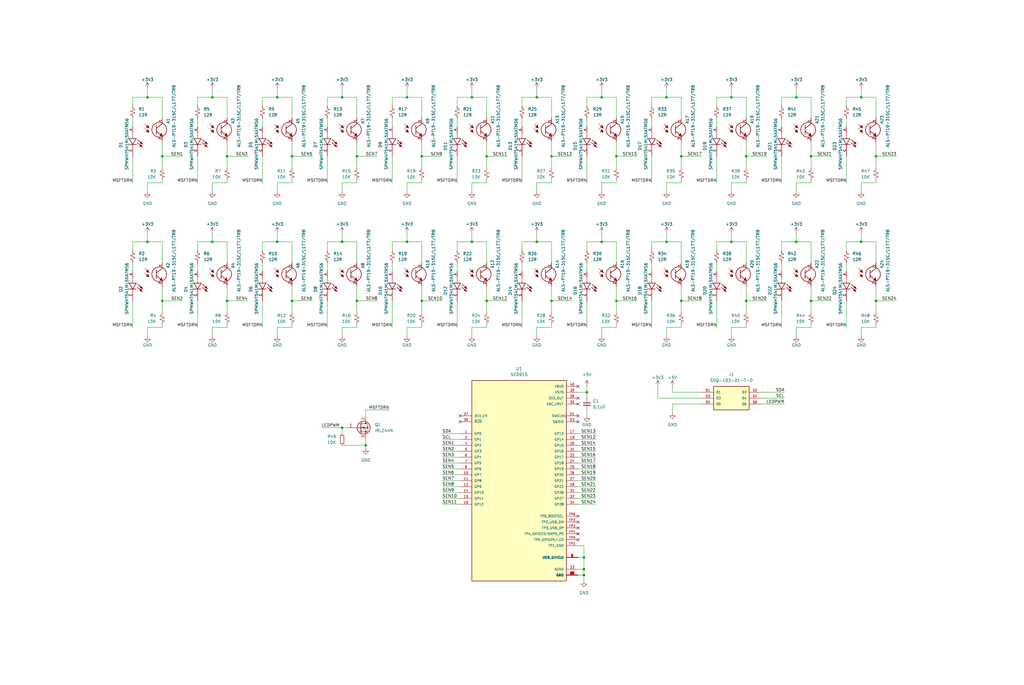
<source format=kicad_sch>
(kicad_sch (version 20211123) (generator eeschema)
  (paper "User" 440.944 294.919)
  (junction (at 181.61 67.31))
  (junction (at 125.73 67.31))
  (junction (at 69.85 129.54))
  (junction (at 175.26 104.14))
  (junction (at 349.25 67.31))
  (junction (at 63.5 41.91))
  (junction (at 91.44 41.91))
  (junction (at 209.55 129.54))
  (junction (at 125.73 129.54))
  (junction (at 175.26 41.91))
  (junction (at 203.2 104.14))
  (junction (at 377.19 129.54))
  (junction (at 265.43 67.31))
  (junction (at 203.2 41.91))
  (junction (at 370.84 104.14))
  (junction (at 91.44 104.14))
  (junction (at 377.19 67.31))
  (junction (at 251.46 245.11))
  (junction (at 119.38 104.14))
  (junction (at 321.31 67.31))
  (junction (at 251.46 247.65))
  (junction (at 63.5 104.14))
  (junction (at 293.37 67.31))
  (junction (at 147.32 104.14))
  (junction (at 153.67 129.54))
  (junction (at 147.32 41.91))
  (junction (at 181.61 129.54))
  (junction (at 314.96 104.14))
  (junction (at 314.96 41.91))
  (junction (at 259.08 104.14))
  (junction (at 119.38 41.91))
  (junction (at 237.49 67.31))
  (junction (at 252.73 168.91))
  (junction (at 69.85 67.31))
  (junction (at 321.31 129.54))
  (junction (at 342.9 41.91))
  (junction (at 293.37 129.54))
  (junction (at 349.25 129.54))
  (junction (at 157.48 191.77))
  (junction (at 287.02 41.91))
  (junction (at 251.46 240.03))
  (junction (at 231.14 104.14))
  (junction (at 287.02 104.14))
  (junction (at 259.08 41.91))
  (junction (at 342.9 104.14))
  (junction (at 237.49 129.54))
  (junction (at 370.84 41.91))
  (junction (at 97.79 129.54))
  (junction (at 265.43 129.54))
  (junction (at 209.55 67.31))
  (junction (at 147.32 184.15))
  (junction (at 231.14 41.91))
  (junction (at 153.67 67.31))
  (junction (at 97.79 67.31))
  (no_connect (at 198.12 179.07))
  (no_connect (at 248.92 173.99))
  (no_connect (at 248.92 224.79))
  (no_connect (at 248.92 181.61))
  (no_connect (at 248.92 222.25))
  (no_connect (at 248.92 232.41))
  (no_connect (at 198.12 181.61))
  (no_connect (at 248.92 229.87))
  (no_connect (at 248.92 166.37))
  (no_connect (at 248.92 179.07))
  (no_connect (at 248.92 171.45))
  (no_connect (at 248.92 227.33))
  (wire (pts (xy 97.79 50.8) (xy 97.79 41.91)))
  (wire (pts (xy 321.31 139.7) (xy 321.31 140.97)))
  (wire (pts (xy 113.03 50.8) (xy 113.03 54.61)))
  (wire (pts (xy 252.73 168.91) (xy 252.73 166.37)))
  (wire (pts (xy 209.55 60.96) (xy 209.55 67.31)))
  (wire (pts (xy 308.61 67.31) (xy 308.61 78.74)))
  (wire (pts (xy 370.84 100.33) (xy 370.84 104.14)))
  (wire (pts (xy 259.08 38.1) (xy 259.08 41.91)))
  (wire (pts (xy 153.67 41.91) (xy 147.32 41.91)))
  (wire (pts (xy 224.79 41.91) (xy 224.79 45.72)))
  (wire (pts (xy 97.79 140.97) (xy 91.44 140.97)))
  (wire (pts (xy 302.26 171.45) (xy 283.21 171.45)))
  (wire (pts (xy 196.85 113.03) (xy 196.85 116.84)))
  (wire (pts (xy 342.9 41.91) (xy 336.55 41.91)))
  (wire (pts (xy 190.5 217.17) (xy 198.12 217.17)))
  (wire (pts (xy 248.92 204.47) (xy 256.54 204.47)))
  (wire (pts (xy 209.55 139.7) (xy 209.55 140.97)))
  (wire (pts (xy 57.15 129.54) (xy 57.15 140.97)))
  (wire (pts (xy 147.32 104.14) (xy 140.97 104.14)))
  (wire (pts (xy 153.67 50.8) (xy 153.67 41.91)))
  (wire (pts (xy 69.85 50.8) (xy 69.85 41.91)))
  (wire (pts (xy 237.49 67.31) (xy 237.49 72.39)))
  (wire (pts (xy 293.37 67.31) (xy 293.37 72.39)))
  (wire (pts (xy 237.49 67.31) (xy 246.38 67.31)))
  (wire (pts (xy 237.49 41.91) (xy 231.14 41.91)))
  (wire (pts (xy 336.55 113.03) (xy 336.55 116.84)))
  (wire (pts (xy 181.61 77.47) (xy 181.61 78.74)))
  (wire (pts (xy 209.55 123.19) (xy 209.55 129.54)))
  (wire (pts (xy 265.43 67.31) (xy 274.32 67.31)))
  (wire (pts (xy 293.37 139.7) (xy 293.37 140.97)))
  (wire (pts (xy 119.38 100.33) (xy 119.38 104.14)))
  (wire (pts (xy 342.9 38.1) (xy 342.9 41.91)))
  (wire (pts (xy 147.32 100.33) (xy 147.32 104.14)))
  (wire (pts (xy 63.5 41.91) (xy 57.15 41.91)))
  (wire (pts (xy 265.43 139.7) (xy 265.43 140.97)))
  (wire (pts (xy 377.19 78.74) (xy 370.84 78.74)))
  (wire (pts (xy 321.31 123.19) (xy 321.31 129.54)))
  (wire (pts (xy 57.15 104.14) (xy 57.15 107.95)))
  (wire (pts (xy 168.91 129.54) (xy 168.91 140.97)))
  (wire (pts (xy 265.43 60.96) (xy 265.43 67.31)))
  (wire (pts (xy 265.43 129.54) (xy 274.32 129.54)))
  (wire (pts (xy 209.55 104.14) (xy 203.2 104.14)))
  (wire (pts (xy 224.79 50.8) (xy 224.79 54.61)))
  (wire (pts (xy 248.92 168.91) (xy 252.73 168.91)))
  (wire (pts (xy 209.55 67.31) (xy 218.44 67.31)))
  (wire (pts (xy 91.44 104.14) (xy 85.09 104.14)))
  (wire (pts (xy 181.61 139.7) (xy 181.61 140.97)))
  (wire (pts (xy 265.43 129.54) (xy 265.43 134.62)))
  (wire (pts (xy 140.97 41.91) (xy 140.97 45.72)))
  (wire (pts (xy 153.67 67.31) (xy 153.67 72.39)))
  (wire (pts (xy 293.37 104.14) (xy 287.02 104.14)))
  (wire (pts (xy 153.67 67.31) (xy 162.56 67.31)))
  (wire (pts (xy 265.43 41.91) (xy 259.08 41.91)))
  (wire (pts (xy 85.09 129.54) (xy 85.09 140.97)))
  (wire (pts (xy 349.25 104.14) (xy 342.9 104.14)))
  (wire (pts (xy 153.67 129.54) (xy 162.56 129.54)))
  (wire (pts (xy 248.92 212.09) (xy 256.54 212.09)))
  (wire (pts (xy 125.73 129.54) (xy 125.73 134.62)))
  (wire (pts (xy 308.61 104.14) (xy 308.61 107.95)))
  (wire (pts (xy 237.49 60.96) (xy 237.49 67.31)))
  (wire (pts (xy 349.25 60.96) (xy 349.25 67.31)))
  (wire (pts (xy 287.02 78.74) (xy 287.02 82.55)))
  (wire (pts (xy 63.5 78.74) (xy 63.5 82.55)))
  (wire (pts (xy 113.03 104.14) (xy 113.03 107.95)))
  (wire (pts (xy 237.49 123.19) (xy 237.49 129.54)))
  (wire (pts (xy 175.26 100.33) (xy 175.26 104.14)))
  (wire (pts (xy 69.85 104.14) (xy 63.5 104.14)))
  (wire (pts (xy 196.85 129.54) (xy 196.85 140.97)))
  (wire (pts (xy 349.25 113.03) (xy 349.25 104.14)))
  (wire (pts (xy 336.55 104.14) (xy 336.55 107.95)))
  (wire (pts (xy 349.25 50.8) (xy 349.25 41.91)))
  (wire (pts (xy 57.15 113.03) (xy 57.15 116.84)))
  (wire (pts (xy 349.25 77.47) (xy 349.25 78.74)))
  (wire (pts (xy 157.48 191.77) (xy 157.48 193.04)))
  (wire (pts (xy 248.92 194.31) (xy 256.54 194.31)))
  (wire (pts (xy 237.49 113.03) (xy 237.49 104.14)))
  (wire (pts (xy 125.73 67.31) (xy 134.62 67.31)))
  (wire (pts (xy 321.31 78.74) (xy 314.96 78.74)))
  (wire (pts (xy 181.61 67.31) (xy 190.5 67.31)))
  (wire (pts (xy 63.5 38.1) (xy 63.5 41.91)))
  (wire (pts (xy 248.92 199.39) (xy 256.54 199.39)))
  (wire (pts (xy 190.5 209.55) (xy 198.12 209.55)))
  (wire (pts (xy 265.43 140.97) (xy 259.08 140.97)))
  (wire (pts (xy 119.38 78.74) (xy 119.38 82.55)))
  (wire (pts (xy 190.5 191.77) (xy 198.12 191.77)))
  (wire (pts (xy 157.48 179.07) (xy 157.48 176.53)))
  (wire (pts (xy 125.73 41.91) (xy 119.38 41.91)))
  (wire (pts (xy 289.56 168.91) (xy 302.26 168.91)))
  (wire (pts (xy 377.19 139.7) (xy 377.19 140.97)))
  (wire (pts (xy 370.84 78.74) (xy 370.84 82.55)))
  (wire (pts (xy 57.15 41.91) (xy 57.15 45.72)))
  (wire (pts (xy 342.9 140.97) (xy 342.9 144.78)))
  (wire (pts (xy 57.15 67.31) (xy 57.15 78.74)))
  (wire (pts (xy 370.84 104.14) (xy 364.49 104.14)))
  (wire (pts (xy 377.19 67.31) (xy 377.19 72.39)))
  (wire (pts (xy 251.46 247.65) (xy 251.46 250.19)))
  (wire (pts (xy 377.19 123.19) (xy 377.19 129.54)))
  (wire (pts (xy 280.67 67.31) (xy 280.67 78.74)))
  (wire (pts (xy 349.25 140.97) (xy 342.9 140.97)))
  (wire (pts (xy 91.44 100.33) (xy 91.44 104.14)))
  (wire (pts (xy 280.67 129.54) (xy 280.67 140.97)))
  (wire (pts (xy 190.5 214.63) (xy 198.12 214.63)))
  (wire (pts (xy 349.25 78.74) (xy 342.9 78.74)))
  (wire (pts (xy 119.38 38.1) (xy 119.38 41.91)))
  (wire (pts (xy 153.67 113.03) (xy 153.67 104.14)))
  (wire (pts (xy 259.08 100.33) (xy 259.08 104.14)))
  (wire (pts (xy 97.79 129.54) (xy 106.68 129.54)))
  (wire (pts (xy 157.48 176.53) (xy 167.64 176.53)))
  (wire (pts (xy 364.49 104.14) (xy 364.49 107.95)))
  (wire (pts (xy 293.37 140.97) (xy 287.02 140.97)))
  (wire (pts (xy 251.46 240.03) (xy 251.46 245.11)))
  (wire (pts (xy 293.37 50.8) (xy 293.37 41.91)))
  (wire (pts (xy 248.92 214.63) (xy 256.54 214.63)))
  (wire (pts (xy 252.73 104.14) (xy 252.73 107.95)))
  (wire (pts (xy 256.54 186.69) (xy 248.92 186.69)))
  (wire (pts (xy 196.85 104.14) (xy 196.85 107.95)))
  (wire (pts (xy 147.32 38.1) (xy 147.32 41.91)))
  (wire (pts (xy 265.43 113.03) (xy 265.43 104.14)))
  (wire (pts (xy 113.03 41.91) (xy 113.03 45.72)))
  (wire (pts (xy 237.49 50.8) (xy 237.49 41.91)))
  (wire (pts (xy 265.43 78.74) (xy 259.08 78.74)))
  (wire (pts (xy 280.67 50.8) (xy 280.67 54.61)))
  (wire (pts (xy 321.31 60.96) (xy 321.31 67.31)))
  (wire (pts (xy 181.61 104.14) (xy 175.26 104.14)))
  (wire (pts (xy 248.92 217.17) (xy 256.54 217.17)))
  (wire (pts (xy 364.49 41.91) (xy 364.49 45.72)))
  (wire (pts (xy 153.67 129.54) (xy 153.67 134.62)))
  (wire (pts (xy 119.38 41.91) (xy 113.03 41.91)))
  (wire (pts (xy 119.38 104.14) (xy 113.03 104.14)))
  (wire (pts (xy 125.73 123.19) (xy 125.73 129.54)))
  (wire (pts (xy 377.19 140.97) (xy 370.84 140.97)))
  (wire (pts (xy 190.5 199.39) (xy 198.12 199.39)))
  (wire (pts (xy 190.5 189.23) (xy 198.12 189.23)))
  (wire (pts (xy 265.43 104.14) (xy 259.08 104.14)))
  (wire (pts (xy 377.19 67.31) (xy 386.08 67.31)))
  (wire (pts (xy 321.31 50.8) (xy 321.31 41.91)))
  (wire (pts (xy 224.79 129.54) (xy 224.79 140.97)))
  (wire (pts (xy 370.84 38.1) (xy 370.84 41.91)))
  (wire (pts (xy 231.14 38.1) (xy 231.14 41.91)))
  (wire (pts (xy 377.19 77.47) (xy 377.19 78.74)))
  (wire (pts (xy 349.25 129.54) (xy 349.25 134.62)))
  (wire (pts (xy 252.73 168.91) (xy 252.73 171.45)))
  (wire (pts (xy 85.09 50.8) (xy 85.09 54.61)))
  (wire (pts (xy 209.55 77.47) (xy 209.55 78.74)))
  (wire (pts (xy 252.73 41.91) (xy 252.73 45.72)))
  (wire (pts (xy 237.49 77.47) (xy 237.49 78.74)))
  (wire (pts (xy 364.49 113.03) (xy 364.49 116.84)))
  (wire (pts (xy 168.91 50.8) (xy 168.91 54.61)))
  (wire (pts (xy 237.49 78.74) (xy 231.14 78.74)))
  (wire (pts (xy 289.56 173.99) (xy 302.26 173.99)))
  (wire (pts (xy 168.91 41.91) (xy 168.91 45.72)))
  (wire (pts (xy 259.08 41.91) (xy 252.73 41.91)))
  (wire (pts (xy 203.2 100.33) (xy 203.2 104.14)))
  (wire (pts (xy 265.43 77.47) (xy 265.43 78.74)))
  (wire (pts (xy 314.96 41.91) (xy 308.61 41.91)))
  (wire (pts (xy 248.92 234.95) (xy 251.46 234.95)))
  (wire (pts (xy 308.61 113.03) (xy 308.61 116.84)))
  (wire (pts (xy 203.2 104.14) (xy 196.85 104.14)))
  (wire (pts (xy 153.67 77.47) (xy 153.67 78.74)))
  (wire (pts (xy 293.37 129.54) (xy 302.26 129.54)))
  (wire (pts (xy 209.55 129.54) (xy 218.44 129.54)))
  (wire (pts (xy 265.43 123.19) (xy 265.43 129.54)))
  (wire (pts (xy 293.37 77.47) (xy 293.37 78.74)))
  (wire (pts (xy 198.12 186.69) (xy 190.5 186.69)))
  (wire (pts (xy 252.73 50.8) (xy 252.73 54.61)))
  (wire (pts (xy 265.43 67.31) (xy 265.43 72.39)))
  (wire (pts (xy 259.08 104.14) (xy 252.73 104.14)))
  (wire (pts (xy 287.02 41.91) (xy 280.67 41.91)))
  (wire (pts (xy 283.21 166.37) (xy 283.21 171.45)))
  (wire (pts (xy 314.96 140.97) (xy 314.96 144.78)))
  (wire (pts (xy 321.31 129.54) (xy 330.2 129.54)))
  (wire (pts (xy 196.85 50.8) (xy 196.85 54.61)))
  (wire (pts (xy 248.92 245.11) (xy 251.46 245.11)))
  (wire (pts (xy 349.25 139.7) (xy 349.25 140.97)))
  (wire (pts (xy 209.55 78.74) (xy 203.2 78.74)))
  (wire (pts (xy 125.73 129.54) (xy 134.62 129.54)))
  (wire (pts (xy 168.91 67.31) (xy 168.91 78.74)))
  (wire (pts (xy 364.49 129.54) (xy 364.49 140.97)))
  (wire (pts (xy 125.73 104.14) (xy 119.38 104.14)))
  (wire (pts (xy 231.14 104.14) (xy 224.79 104.14)))
  (wire (pts (xy 248.92 191.77) (xy 256.54 191.77)))
  (wire (pts (xy 175.26 41.91) (xy 168.91 41.91)))
  (wire (pts (xy 97.79 67.31) (xy 106.68 67.31)))
  (wire (pts (xy 69.85 78.74) (xy 63.5 78.74)))
  (wire (pts (xy 314.96 38.1) (xy 314.96 41.91)))
  (wire (pts (xy 377.19 104.14) (xy 370.84 104.14)))
  (wire (pts (xy 63.5 104.14) (xy 57.15 104.14)))
  (wire (pts (xy 224.79 113.03) (xy 224.79 116.84)))
  (wire (pts (xy 321.31 41.91) (xy 314.96 41.91)))
  (wire (pts (xy 113.03 67.31) (xy 113.03 78.74)))
  (wire (pts (xy 321.31 67.31) (xy 321.31 72.39)))
  (wire (pts (xy 147.32 184.15) (xy 147.32 186.69)))
  (wire (pts (xy 251.46 234.95) (xy 251.46 240.03)))
  (wire (pts (xy 287.02 140.97) (xy 287.02 144.78)))
  (wire (pts (xy 231.14 78.74) (xy 231.14 82.55)))
  (wire (pts (xy 69.85 67.31) (xy 69.85 72.39)))
  (wire (pts (xy 377.19 113.03) (xy 377.19 104.14)))
  (wire (pts (xy 377.19 129.54) (xy 377.19 134.62)))
  (wire (pts (xy 203.2 41.91) (xy 196.85 41.91)))
  (wire (pts (xy 69.85 140.97) (xy 63.5 140.97)))
  (wire (pts (xy 181.61 41.91) (xy 175.26 41.91)))
  (wire (pts (xy 293.37 123.19) (xy 293.37 129.54)))
  (wire (pts (xy 190.5 194.31) (xy 198.12 194.31)))
  (wire (pts (xy 259.08 140.97) (xy 259.08 144.78)))
  (wire (pts (xy 336.55 41.91) (xy 336.55 45.72)))
  (wire (pts (xy 97.79 113.03) (xy 97.79 104.14)))
  (wire (pts (xy 181.61 50.8) (xy 181.61 41.91)))
  (wire (pts (xy 175.26 38.1) (xy 175.26 41.91)))
  (wire (pts (xy 349.25 67.31) (xy 349.25 72.39)))
  (wire (pts (xy 69.85 129.54) (xy 69.85 134.62)))
  (wire (pts (xy 327.66 173.99) (xy 337.82 173.99)))
  (wire (pts (xy 349.25 41.91) (xy 342.9 41.91)))
  (wire (pts (xy 69.85 123.19) (xy 69.85 129.54)))
  (wire (pts (xy 119.38 140.97) (xy 119.38 144.78)))
  (wire (pts (xy 181.61 129.54) (xy 190.5 129.54)))
  (wire (pts (xy 190.5 196.85) (xy 198.12 196.85)))
  (wire (pts (xy 252.73 129.54) (xy 252.73 140.97)))
  (wire (pts (xy 231.14 140.97) (xy 231.14 144.78)))
  (wire (pts (xy 97.79 129.54) (xy 97.79 134.62)))
  (wire (pts (xy 69.85 60.96) (xy 69.85 67.31)))
  (wire (pts (xy 308.61 50.8) (xy 308.61 54.61)))
  (wire (pts (xy 321.31 77.47) (xy 321.31 78.74)))
  (wire (pts (xy 224.79 104.14) (xy 224.79 107.95)))
  (wire (pts (xy 349.25 123.19) (xy 349.25 129.54)))
  (wire (pts (xy 153.67 139.7) (xy 153.67 140.97)))
  (wire (pts (xy 308.61 129.54) (xy 308.61 140.97)))
  (wire (pts (xy 349.25 129.54) (xy 358.14 129.54)))
  (wire (pts (xy 209.55 113.03) (xy 209.55 104.14)))
  (wire (pts (xy 209.55 140.97) (xy 203.2 140.97)))
  (wire (pts (xy 85.09 41.91) (xy 85.09 45.72)))
  (wire (pts (xy 147.32 78.74) (xy 147.32 82.55)))
  (wire (pts (xy 85.09 113.03) (xy 85.09 116.84)))
  (wire (pts (xy 97.79 67.31) (xy 97.79 72.39)))
  (wire (pts (xy 97.79 139.7) (xy 97.79 140.97)))
  (wire (pts (xy 248.92 247.65) (xy 251.46 247.65)))
  (wire (pts (xy 252.73 113.03) (xy 252.73 116.84)))
  (wire (pts (xy 237.49 139.7) (xy 237.49 140.97)))
  (wire (pts (xy 153.67 104.14) (xy 147.32 104.14)))
  (wire (pts (xy 370.84 41.91) (xy 364.49 41.91)))
  (wire (pts (xy 97.79 123.19) (xy 97.79 129.54)))
  (wire (pts (xy 63.5 100.33) (xy 63.5 104.14)))
  (wire (pts (xy 140.97 67.31) (xy 140.97 78.74)))
  (wire (pts (xy 97.79 78.74) (xy 91.44 78.74)))
  (wire (pts (xy 85.09 67.31) (xy 85.09 78.74)))
  (wire (pts (xy 248.92 209.55) (xy 256.54 209.55)))
  (wire (pts (xy 147.32 140.97) (xy 147.32 144.78)))
  (wire (pts (xy 203.2 78.74) (xy 203.2 82.55)))
  (wire (pts (xy 168.91 104.14) (xy 168.91 107.95)))
  (wire (pts (xy 190.5 207.01) (xy 198.12 207.01)))
  (wire (pts (xy 97.79 41.91) (xy 91.44 41.91)))
  (wire (pts (xy 289.56 168.91) (xy 289.56 166.37)))
  (wire (pts (xy 97.79 77.47) (xy 97.79 78.74)))
  (wire (pts (xy 289.56 173.99) (xy 289.56 177.8)))
  (wire (pts (xy 57.15 50.8) (xy 57.15 54.61)))
  (wire (pts (xy 203.2 140.97) (xy 203.2 144.78)))
  (wire (pts (xy 364.49 67.31) (xy 364.49 78.74)))
  (wire (pts (xy 190.5 204.47) (xy 198.12 204.47)))
  (wire (pts (xy 85.09 104.14) (xy 85.09 107.95)))
  (wire (pts (xy 209.55 67.31) (xy 209.55 72.39)))
  (wire (pts (xy 287.02 38.1) (xy 287.02 41.91)))
  (wire (pts (xy 377.19 129.54) (xy 386.08 129.54)))
  (wire (pts (xy 237.49 104.14) (xy 231.14 104.14)))
  (wire (pts (xy 231.14 100.33) (xy 231.14 104.14)))
  (wire (pts (xy 125.73 139.7) (xy 125.73 140.97)))
  (wire (pts (xy 209.55 129.54) (xy 209.55 134.62)))
  (wire (pts (xy 190.5 201.93) (xy 198.12 201.93)))
  (wire (pts (xy 181.61 123.19) (xy 181.61 129.54)))
  (wire (pts (xy 342.9 100.33) (xy 342.9 104.14)))
  (wire (pts (xy 125.73 67.31) (xy 125.73 72.39)))
  (wire (pts (xy 314.96 104.14) (xy 308.61 104.14)))
  (wire (pts (xy 175.26 104.14) (xy 168.91 104.14)))
  (wire (pts (xy 342.9 104.14) (xy 336.55 104.14)))
  (wire (pts (xy 327.66 168.91) (xy 337.82 168.91)))
  (wire (pts (xy 140.97 104.14) (xy 140.97 107.95)))
  (wire (pts (xy 321.31 67.31) (xy 330.2 67.31)))
  (wire (pts (xy 168.91 113.03) (xy 168.91 116.84)))
  (wire (pts (xy 153.67 140.97) (xy 147.32 140.97)))
  (wire (pts (xy 196.85 41.91) (xy 196.85 45.72)))
  (wire (pts (xy 125.73 77.47) (xy 125.73 78.74)))
  (wire (pts (xy 265.43 50.8) (xy 265.43 41.91)))
  (wire (pts (xy 153.67 78.74) (xy 147.32 78.74)))
  (wire (pts (xy 147.32 191.77) (xy 157.48 191.77)))
  (wire (pts (xy 280.67 104.14) (xy 280.67 107.95)))
  (wire (pts (xy 259.08 78.74) (xy 259.08 82.55)))
  (wire (pts (xy 125.73 60.96) (xy 125.73 67.31)))
  (wire (pts (xy 181.61 78.74) (xy 175.26 78.74)))
  (wire (pts (xy 147.32 184.15) (xy 149.86 184.15)))
  (wire (pts (xy 181.61 129.54) (xy 181.61 134.62)))
  (wire (pts (xy 69.85 139.7) (xy 69.85 140.97)))
  (wire (pts (xy 293.37 41.91) (xy 287.02 41.91)))
  (wire (pts (xy 69.85 113.03) (xy 69.85 104.14)))
  (wire (pts (xy 252.73 176.53) (xy 252.73 179.07)))
  (wire (pts (xy 336.55 50.8) (xy 336.55 54.61)))
  (wire (pts (xy 248.92 240.03) (xy 251.46 240.03)))
  (wire (pts (xy 321.31 104.14) (xy 314.96 104.14)))
  (wire (pts (xy 256.54 189.23) (xy 248.92 189.23)))
  (wire (pts (xy 314.96 100.33) (xy 314.96 104.14)))
  (wire (pts (xy 153.67 60.96) (xy 153.67 67.31)))
  (wire (pts (xy 181.61 140.97) (xy 175.26 140.97)))
  (wire (pts (xy 113.03 129.54) (xy 113.03 140.97)))
  (wire (pts (xy 370.84 140.97) (xy 370.84 144.78)))
  (wire (pts (xy 190.5 212.09) (xy 198.12 212.09)))
  (wire (pts (xy 377.19 50.8) (xy 377.19 41.91)))
  (wire (pts (xy 314.96 78.74) (xy 314.96 82.55)))
  (wire (pts (xy 138.43 184.15) (xy 147.32 184.15)))
  (wire (pts (xy 287.02 104.14) (xy 280.67 104.14)))
  (wire (pts (xy 377.19 41.91) (xy 370.84 41.91)))
  (wire (pts (xy 224.79 67.31) (xy 224.79 78.74)))
  (wire (pts (xy 181.61 67.31) (xy 181.61 72.39)))
  (wire (pts (xy 140.97 50.8) (xy 140.97 54.61)))
  (wire (pts (xy 293.37 60.96) (xy 293.37 67.31)))
  (wire (pts (xy 321.31 140.97) (xy 314.96 140.97)))
  (wire (pts (xy 321.31 113.03) (xy 321.31 104.14)))
  (wire (pts (xy 377.19 60.96) (xy 377.19 67.31)))
  (wire (pts (xy 97.79 104.14) (xy 91.44 104.14)))
  (wire (pts (xy 237.49 140.97) (xy 231.14 140.97)))
  (wire (pts (xy 140.97 113.03) (xy 140.97 116.84)))
  (wire (pts (xy 69.85 77.47) (xy 69.85 78.74)))
  (wire (pts (xy 287.02 100.33) (xy 287.02 104.14)))
  (wire (pts (xy 125.73 50.8) (xy 125.73 41.91)))
  (wire (pts (xy 251.46 245.11) (xy 251.46 247.65)))
  (wire (pts (xy 327.66 171.45) (xy 337.82 171.45)))
  (wire (pts (xy 196.85 67.31) (xy 196.85 78.74)))
  (wire (pts (xy 125.73 78.74) (xy 119.38 78.74)))
  (wire (pts (xy 203.2 38.1) (xy 203.2 41.91)))
  (wire (pts (xy 63.5 140.97) (xy 63.5 144.78)))
  (wire (pts (xy 175.26 140.97) (xy 175.26 144.78)))
  (wire (pts (xy 280.67 113.03) (xy 280.67 116.84)))
  (wire (pts (xy 237.49 129.54) (xy 246.38 129.54)))
  (wire (pts (xy 140.97 129.54) (xy 140.97 140.97)))
  (wire (pts (xy 349.25 67.31) (xy 358.14 67.31)))
  (wire (pts (xy 113.03 113.03) (xy 113.03 116.84)))
  (wire (pts (xy 157.48 189.23) (xy 157.48 191.77)))
  (wire (pts (xy 181.61 113.03) (xy 181.61 104.14)))
  (wire (pts (xy 97.79 60.96) (xy 97.79 67.31)))
  (wire (pts (xy 231.14 41.91) (xy 224.79 41.91)))
  (wire (pts (xy 336.55 129.54) (xy 336.55 140.97)))
  (wire (pts (xy 321.31 129.54) (xy 321.31 134.62)))
  (wire (pts (xy 69.85 41.91) (xy 63.5 41.91)))
  (wire (pts (xy 248.92 201.93) (xy 256.54 201.93)))
  (wire (pts (xy 252.73 67.31) (xy 252.73 78.74)))
  (wire (pts (xy 293.37 129.54) (xy 293.37 134.62)))
  (wire (pts (xy 280.67 41.91) (xy 280.67 45.72)))
  (wire (pts (xy 125.73 140.97) (xy 119.38 140.97)))
  (wire (pts (xy 91.44 38.1) (xy 91.44 41.91)))
  (wire (pts (xy 248.92 196.85) (xy 256.54 196.85)))
  (wire (pts (xy 209.55 50.8) (xy 209.55 41.91)))
  (wire (pts (xy 175.26 78.74) (xy 175.26 82.55)))
  (wire (pts (xy 293.37 67.31) (xy 302.26 67.31)))
  (wire (pts (xy 153.67 123.19) (xy 153.67 129.54)))
  (wire (pts (xy 293.37 78.74) (xy 287.02 78.74)))
  (wire (pts (xy 69.85 67.31) (xy 78.74 67.31)))
  (wire (pts (xy 91.44 41.91) (xy 85.09 41.91)))
  (wire (pts (xy 248.92 207.01) (xy 256.54 207.01)))
  (wire (pts (xy 308.61 41.91) (xy 308.61 45.72)))
  (wire (pts (xy 91.44 140.97) (xy 91.44 144.78)))
  (wire (pts (xy 209.55 41.91) (xy 203.2 41.91)))
  (wire (pts (xy 237.49 129.54) (xy 237.49 134.62)))
  (wire (pts (xy 336.55 67.31) (xy 336.55 78.74)))
  (wire (pts (xy 364.49 50.8) (xy 364.49 54.61)))
  (wire (pts (xy 91.44 78.74) (xy 91.44 82.55)))
  (wire (pts (xy 342.9 78.74) (xy 342.9 82.55)))
  (wire (pts (xy 147.32 41.91) (xy 140.97 41.91)))
  (wire (pts (xy 125.73 113.03) (xy 125.73 104.14)))
  (wire (pts (xy 181.61 60.96) (xy 181.61 67.31)))
  (wire (pts (xy 293.37 113.03) (xy 293.37 104.14)))
  (wire (pts (xy 69.85 129.54) (xy 78.74 129.54)))
  (label "SEN15" (at 256.54 194.31 180))
  (label "SEN22" (at 256.54 212.09 180))
  (label "SEN20" (at 330.2 129.54 180))
  (label "SEN24" (at 386.08 129.54 180))
  (label "SEN14" (at 256.54 191.77 180))
  (label "SEN10" (at 190.5 214.63 0))
  (label "SEN21" (at 256.54 209.55 180))
  (label "SEN16" (at 274.32 129.54 180))
  (label "SEN5" (at 190.5 201.93 0))
  (label "SEN9" (at 190.5 212.09 0))
  (label "MSFTDRN" (at 224.79 140.97 180))
  (label "SEN12" (at 256.54 189.23 180))
  (label "MSFTDRN" (at 85.09 140.97 180))
  (label "SEN13" (at 256.54 186.69 180))
  (label "SEN9" (at 190.5 67.31 180))
  (label "SEN2" (at 190.5 194.31 0))
  (label "MSFTDRN" (at 224.79 78.74 180))
  (label "SEN7" (at 190.5 207.01 0))
  (label "SEN2" (at 78.74 129.54 180))
  (label "SEN18" (at 302.26 129.54 180))
  (label "SEN4" (at 106.68 129.54 180))
  (label "MSFTDRN" (at 196.85 78.74 180))
  (label "SEN10" (at 190.5 129.54 180))
  (label "MSFTDRN" (at 57.15 140.97 180))
  (label "MSFTDRN" (at 113.03 140.97 180))
  (label "SEN24" (at 256.54 217.17 180))
  (label "SEN15" (at 274.32 67.31 180))
  (label "MSFTDRN" (at 364.49 140.97 180))
  (label "SDA" (at 337.82 168.91 180))
  (label "SEN19" (at 330.2 67.31 180))
  (label "SEN17" (at 256.54 199.39 180))
  (label "SEN13" (at 246.38 67.31 180))
  (label "SEN4" (at 190.5 199.39 0))
  (label "SEN19" (at 256.54 204.47 180))
  (label "SDA" (at 190.5 186.69 0))
  (label "SEN12" (at 218.44 129.54 180))
  (label "SEN3" (at 106.68 67.31 180))
  (label "SEN16" (at 256.54 196.85 180))
  (label "SEN3" (at 190.5 196.85 0))
  (label "MSFTDRN" (at 113.03 78.74 180))
  (label "MSFTDRN" (at 85.09 78.74 180))
  (label "SCL" (at 190.5 189.23 0))
  (label "LEDPWM" (at 138.43 184.15 0))
  (label "MSFTDRN" (at 140.97 78.74 180))
  (label "MSFTDRN" (at 308.61 78.74 180))
  (label "SEN23" (at 256.54 214.63 180))
  (label "MSFTDRN" (at 336.55 78.74 180))
  (label "MSFTDRN" (at 167.64 176.53 180))
  (label "SEN7" (at 162.56 67.31 180))
  (label "MSFTDRN" (at 336.55 140.97 180))
  (label "SEN18" (at 256.54 201.93 180))
  (label "SEN23" (at 386.08 67.31 180))
  (label "MSFTDRN" (at 252.73 140.97 180))
  (label "MSFTDRN" (at 364.49 78.74 180))
  (label "SEN1" (at 190.5 191.77 0))
  (label "SEN1" (at 78.74 67.31 180))
  (label "SEN8" (at 162.56 129.54 180))
  (label "SCL" (at 337.82 171.45 180))
  (label "MSFTDRN" (at 168.91 78.74 180))
  (label "MSFTDRN" (at 280.67 140.97 180))
  (label "SEN5" (at 134.62 67.31 180))
  (label "SEN20" (at 256.54 207.01 180))
  (label "SEN6" (at 134.62 129.54 180))
  (label "MSFTDRN" (at 168.91 140.97 180))
  (label "MSFTDRN" (at 140.97 140.97 180))
  (label "MSFTDRN" (at 252.73 78.74 180))
  (label "SEN6" (at 190.5 204.47 0))
  (label "SEN11" (at 190.5 217.17 0))
  (label "SEN17" (at 302.26 67.31 180))
  (label "SEN22" (at 358.14 129.54 180))
  (label "SEN14" (at 246.38 129.54 180))
  (label "MSFTDRN" (at 196.85 140.97 180))
  (label "SEN8" (at 190.5 209.55 0))
  (label "LEDPWM" (at 337.82 173.99 180))
  (label "MSFTDRN" (at 280.67 78.74 180))
  (label "MSFTDRN" (at 308.61 140.97 180))
  (label "SEN11" (at 218.44 67.31 180))
  (label "MSFTDRN" (at 57.15 78.74 180))
  (label "SEN21" (at 358.14 67.31 180))
  (symbol (lib_id "SPMWHT541ML5XATMS6:SPMWHT541ML5XATMS6") (at 140.97 124.46 270) (unit 1)
    (property "Reference" "D8" (at 135.89 123.19 0) (effects (justify left)))
    (property "Value" "SPMWHT541ML5XATMS6" (at 138.43 113.03 0) (effects (justify left)))
    (property "Footprint" "SPMWHT541ML5XATMS6:LED_SPMWHT541MP5WAPKS4" (effects hide))
    (property "MAXIMUM_PACKAGE_HEIGHT" "0.8mm" (effects hide))
    (property "PARTREV" "8.3" (effects hide))
    (property "MANUFACTURER" "Samsung Semiconductor," (effects hide))
    (property "STANDARD" "Manufacturer Recommendations" (effects hide))
  )
  (symbol (lib_id "ALS-PT19-315C_L177_TR8:ALS-PT19-315C{slash}L177{slash}TR8") (at 374.65 118.11 0) (unit 1)
    (property "Reference" "A24" (at 379.73 115.57 90) (effects (justify left)))
    (property "Value" "ALS-PT19-315C/L177/TR8" (at 382.27 125.73 90) (effects (justify left)))
    (property "Footprint" "ALS-PT19-315C_L177_TR8:XDCR_ALS-PT19-315C_L177_TR8" (effects hide))
    (property "MAXIMUM_PACKAGE_HEIGHT" "0.7 mm" (effects hide))
    (property "STANDARD" "Manufacturer Recommendations" (effects hide))
    (property "PARTREV" "5" (effects hide))
    (property "MANUFACTURER" "Everlight" (effects hide))
  )
  (symbol (lib_id "power:GND") (at 63.5 82.55 0) (unit 1)
    (property "Reference" "#PWR02" (effects hide))
    (property "Value" "GND" (at 63.5 87.63 0))
  )
  (symbol (lib_id "Device:R_Small_US") (at 57.15 48.26 0) (unit 1)
    (property "Reference" "R1" (at 59.69 46.9899 0) (effects (justify left)))
    (property "Value" "12R" (at 59.69 49.5299 0) (effects (justify left)))
    (property "Footprint" "Resistor_SMD:R_0805_2012Metric_Pad1.20x1.40mm_HandSolder" (effects hide))
  )
  (symbol (lib_id "Device:R_Small_US") (at 321.31 137.16 0) (mirror x) (unit 1)
    (property "Reference" "R40" (at 318.77 135.8899 0) (effects (justify right)))
    (property "Value" "10K" (at 318.77 138.4299 0) (effects (justify right)))
    (property "Footprint" "Resistor_SMD:R_0805_2012Metric_Pad1.20x1.40mm_HandSolder" (effects hide))
  )
  (symbol (lib_id "Device:R_Small_US") (at 209.55 137.16 0) (mirror x) (unit 1)
    (property "Reference" "R24" (at 207.01 135.8899 0) (effects (justify right)))
    (property "Value" "10K" (at 207.01 138.4299 0) (effects (justify right)))
    (property "Footprint" "Resistor_SMD:R_0805_2012Metric_Pad1.20x1.40mm_HandSolder" (effects hide))
  )
  (symbol (lib_id "Device:R_Small_US") (at 85.09 48.26 0) (unit 1)
    (property "Reference" "R5" (at 87.63 46.9899 0) (effects (justify left)))
    (property "Value" "12R" (at 87.63 49.5299 0) (effects (justify left)))
    (property "Footprint" "Resistor_SMD:R_0805_2012Metric_Pad1.20x1.40mm_HandSolder" (effects hide))
  )
  (symbol (lib_id "power:GND") (at 342.9 82.55 0) (unit 1)
    (property "Reference" "#PWR046" (effects hide))
    (property "Value" "GND" (at 342.9 87.63 0))
  )
  (symbol (lib_id "Device:R_Small_US") (at 336.55 110.49 0) (unit 1)
    (property "Reference" "R42" (at 339.09 109.2199 0) (effects (justify left)))
    (property "Value" "12R" (at 339.09 111.7599 0) (effects (justify left)))
    (property "Footprint" "Resistor_SMD:R_0805_2012Metric_Pad1.20x1.40mm_HandSolder" (effects hide))
  )
  (symbol (lib_id "Transistor_FET:IRLZ44N") (at 154.94 184.15 0) (unit 1)
    (property "Reference" "Q1" (at 161.29 182.8799 0) (effects (justify left)))
    (property "Value" "IRLZ44N" (at 161.29 185.4199 0) (effects (justify left)))
    (property "Footprint" "Package_TO_SOT_THT:TO-220-3_Vertical" (effects hide))
    (property "Datasheet" "http://www.irf.com/product-info/datasheets/data/irlz44n.pdf" (effects hide))
  )
  (symbol (lib_id "Device:R_Small_US") (at 196.85 48.26 0) (unit 1)
    (property "Reference" "R21" (at 199.39 46.9899 0) (effects (justify left)))
    (property "Value" "12R" (at 199.39 49.5299 0) (effects (justify left)))
    (property "Footprint" "Resistor_SMD:R_0805_2012Metric_Pad1.20x1.40mm_HandSolder" (effects hide))
  )
  (symbol (lib_id "Device:R_Small_US") (at 237.49 74.93 0) (mirror x) (unit 1)
    (property "Reference" "R27" (at 234.95 73.6599 0) (effects (justify right)))
    (property "Value" "10K" (at 234.95 76.1999 0) (effects (justify right)))
    (property "Footprint" "Resistor_SMD:R_0805_2012Metric_Pad1.20x1.40mm_HandSolder" (effects hide))
  )
  (symbol (lib_id "Device:R_Small_US") (at 252.73 48.26 0) (unit 1)
    (property "Reference" "R29" (at 255.27 46.9899 0) (effects (justify left)))
    (property "Value" "12R" (at 255.27 49.5299 0) (effects (justify left)))
    (property "Footprint" "Resistor_SMD:R_0805_2012Metric_Pad1.20x1.40mm_HandSolder" (effects hide))
  )
  (symbol (lib_id "power:GND") (at 119.38 82.55 0) (unit 1)
    (property "Reference" "#PWR010" (effects hide))
    (property "Value" "GND" (at 119.38 87.63 0))
  )
  (symbol (lib_id "SPMWHT541ML5XATMS6:SPMWHT541ML5XATMS6") (at 57.15 62.23 270) (unit 1)
    (property "Reference" "D1" (at 52.07 60.96 0) (effects (justify left)))
    (property "Value" "SPMWHT541ML5XATMS6" (at 54.61 50.8 0) (effects (justify left)))
    (property "Footprint" "SPMWHT541ML5XATMS6:LED_SPMWHT541MP5WAPKS4" (effects hide))
    (property "MAXIMUM_PACKAGE_HEIGHT" "0.8mm" (effects hide))
    (property "PARTREV" "8.3" (effects hide))
    (property "MANUFACTURER" "Samsung Semiconductor," (effects hide))
    (property "STANDARD" "Manufacturer Recommendations" (effects hide))
  )
  (symbol (lib_id "power:+3V3") (at 63.5 100.33 0) (unit 1)
    (property "Reference" "#PWR03" (effects hide))
    (property "Value" "+3V3" (at 63.5 96.52 0))
  )
  (symbol (lib_id "power:+3V3") (at 314.96 38.1 0) (unit 1)
    (property "Reference" "#PWR045" (effects hide))
    (property "Value" "+3V3" (at 314.96 34.29 0))
  )
  (symbol (lib_id "Device:R_Small_US") (at 125.73 74.93 0) (mirror x) (unit 1)
    (property "Reference" "R11" (at 123.19 73.6599 0) (effects (justify right)))
    (property "Value" "10K" (at 123.19 76.1999 0) (effects (justify right)))
    (property "Footprint" "Resistor_SMD:R_0805_2012Metric_Pad1.20x1.40mm_HandSolder" (effects hide))
  )
  (symbol (lib_id "power:GND") (at 314.96 144.78 0) (unit 1)
    (property "Reference" "#PWR042" (effects hide))
    (property "Value" "GND" (at 314.96 148.59 0))
  )
  (symbol (lib_id "Device:R_Small_US") (at 308.61 110.49 0) (unit 1)
    (property "Reference" "R38" (at 311.15 109.2199 0) (effects (justify left)))
    (property "Value" "12R" (at 311.15 111.7599 0) (effects (justify left)))
    (property "Footprint" "Resistor_SMD:R_0805_2012Metric_Pad1.20x1.40mm_HandSolder" (effects hide))
  )
  (symbol (lib_id "Device:R_Small_US") (at 125.73 137.16 0) (mirror x) (unit 1)
    (property "Reference" "R12" (at 123.19 135.8899 0) (effects (justify right)))
    (property "Value" "10K" (at 123.19 138.4299 0) (effects (justify right)))
    (property "Footprint" "Resistor_SMD:R_0805_2012Metric_Pad1.20x1.40mm_HandSolder" (effects hide))
  )
  (symbol (lib_id "power:GND") (at 231.14 144.78 0) (unit 1)
    (property "Reference" "#PWR028" (effects hide))
    (property "Value" "GND" (at 231.14 148.59 0))
  )
  (symbol (lib_id "ALS-PT19-315C_L177_TR8:ALS-PT19-315C{slash}L177{slash}TR8") (at 290.83 118.11 0) (unit 1)
    (property "Reference" "A18" (at 295.91 115.57 90) (effects (justify left)))
    (property "Value" "ALS-PT19-315C/L177/TR8" (at 298.45 125.73 90) (effects (justify left)))
    (property "Footprint" "ALS-PT19-315C_L177_TR8:XDCR_ALS-PT19-315C_L177_TR8" (effects hide))
    (property "MAXIMUM_PACKAGE_HEIGHT" "0.7 mm" (effects hide))
    (property "STANDARD" "Manufacturer Recommendations" (effects hide))
    (property "PARTREV" "5" (effects hide))
    (property "MANUFACTURER" "Everlight" (effects hide))
  )
  (symbol (lib_id "ALS-PT19-315C_L177_TR8:ALS-PT19-315C{slash}L177{slash}TR8") (at 318.77 118.11 0) (unit 1)
    (property "Reference" "A20" (at 323.85 115.57 90) (effects (justify left)))
    (property "Value" "ALS-PT19-315C/L177/TR8" (at 326.39 125.73 90) (effects (justify left)))
    (property "Footprint" "ALS-PT19-315C_L177_TR8:XDCR_ALS-PT19-315C_L177_TR8" (effects hide))
    (property "MAXIMUM_PACKAGE_HEIGHT" "0.7 mm" (effects hide))
    (property "STANDARD" "Manufacturer Recommendations" (effects hide))
    (property "PARTREV" "5" (effects hide))
    (property "MANUFACTURER" "Everlight" (effects hide))
  )
  (symbol (lib_id "SPMWHT541ML5XATMS6:SPMWHT541ML5XATMS6") (at 168.91 62.23 270) (unit 1)
    (property "Reference" "D9" (at 163.83 60.96 0) (effects (justify left)))
    (property "Value" "SPMWHT541ML5XATMS6" (at 166.37 50.8 0) (effects (justify left)))
    (property "Footprint" "SPMWHT541ML5XATMS6:LED_SPMWHT541MP5WAPKS4" (effects hide))
    (property "MAXIMUM_PACKAGE_HEIGHT" "0.8mm" (effects hide))
    (property "PARTREV" "8.3" (effects hide))
    (property "MANUFACTURER" "Samsung Semiconductor," (effects hide))
    (property "STANDARD" "Manufacturer Recommendations" (effects hide))
  )
  (symbol (lib_id "power:GND") (at 147.32 144.78 0) (unit 1)
    (property "Reference" "#PWR016" (effects hide))
    (property "Value" "GND" (at 147.32 148.59 0))
  )
  (symbol (lib_id "SPMWHT541ML5XATMS6:SPMWHT541ML5XATMS6") (at 364.49 62.23 270) (unit 1)
    (property "Reference" "D23" (at 359.41 60.96 0) (effects (justify left)))
    (property "Value" "SPMWHT541ML5XATMS6" (at 361.95 50.8 0) (effects (justify left)))
    (property "Footprint" "SPMWHT541ML5XATMS6:LED_SPMWHT541MP5WAPKS4" (effects hide))
    (property "MAXIMUM_PACKAGE_HEIGHT" "0.8mm" (effects hide))
    (property "PARTREV" "8.3" (effects hide))
    (property "MANUFACTURER" "Samsung Semiconductor," (effects hide))
    (property "STANDARD" "Manufacturer Recommendations" (effects hide))
  )
  (symbol (lib_id "Device:R_Small_US") (at 85.09 110.49 0) (unit 1)
    (property "Reference" "R6" (at 87.63 109.2199 0) (effects (justify left)))
    (property "Value" "12R" (at 87.63 111.7599 0) (effects (justify left)))
    (property "Footprint" "Resistor_SMD:R_0805_2012Metric_Pad1.20x1.40mm_HandSolder" (effects hide))
  )
  (symbol (lib_id "Device:R_Small_US") (at 265.43 74.93 0) (mirror x) (unit 1)
    (property "Reference" "R31" (at 262.89 73.6599 0) (effects (justify right)))
    (property "Value" "10K" (at 262.89 76.1999 0) (effects (justify right)))
    (property "Footprint" "Resistor_SMD:R_0805_2012Metric_Pad1.20x1.40mm_HandSolder" (effects hide))
  )
  (symbol (lib_id "ALS-PT19-315C_L177_TR8:ALS-PT19-315C{slash}L177{slash}TR8") (at 234.95 118.11 0) (unit 1)
    (property "Reference" "A14" (at 240.03 115.57 90) (effects (justify left)))
    (property "Value" "ALS-PT19-315C/L177/TR8" (at 242.57 125.73 90) (effects (justify left)))
    (property "Footprint" "ALS-PT19-315C_L177_TR8:XDCR_ALS-PT19-315C_L177_TR8" (effects hide))
    (property "MAXIMUM_PACKAGE_HEIGHT" "0.7 mm" (effects hide))
    (property "STANDARD" "Manufacturer Recommendations" (effects hide))
    (property "PARTREV" "5" (effects hide))
    (property "MANUFACTURER" "Everlight" (effects hide))
  )
  (symbol (lib_id "ALS-PT19-315C_L177_TR8:ALS-PT19-315C{slash}L177{slash}TR8") (at 262.89 118.11 0) (unit 1)
    (property "Reference" "A16" (at 267.97 115.57 90) (effects (justify left)))
    (property "Value" "ALS-PT19-315C/L177/TR8" (at 270.51 125.73 90) (effects (justify left)))
    (property "Footprint" "ALS-PT19-315C_L177_TR8:XDCR_ALS-PT19-315C_L177_TR8" (effects hide))
    (property "MAXIMUM_PACKAGE_HEIGHT" "0.7 mm" (effects hide))
    (property "STANDARD" "Manufacturer Recommendations" (effects hide))
    (property "PARTREV" "5" (effects hide))
    (property "MANUFACTURER" "Everlight" (effects hide))
  )
  (symbol (lib_id "power:+3V3") (at 370.84 38.1 0) (unit 1)
    (property "Reference" "#PWR053" (effects hide))
    (property "Value" "+3V3" (at 370.84 34.29 0))
  )
  (symbol (lib_id "Device:R_Small_US") (at 196.85 110.49 0) (unit 1)
    (property "Reference" "R22" (at 199.39 109.2199 0) (effects (justify left)))
    (property "Value" "12R" (at 199.39 111.7599 0) (effects (justify left)))
    (property "Footprint" "Resistor_SMD:R_0805_2012Metric_Pad1.20x1.40mm_HandSolder" (effects hide))
  )
  (symbol (lib_id "power:GND") (at 251.46 250.19 0) (unit 1)
    (property "Reference" "#PWR029" (effects hide))
    (property "Value" "GND" (at 251.46 255.27 0))
  )
  (symbol (lib_id "power:+3V3") (at 119.38 100.33 0) (unit 1)
    (property "Reference" "#PWR011" (effects hide))
    (property "Value" "+3V3" (at 119.38 96.52 0))
  )
  (symbol (lib_id "SPMWHT541ML5XATMS6:SPMWHT541ML5XATMS6") (at 113.03 124.46 270) (unit 1)
    (property "Reference" "D6" (at 107.95 123.19 0) (effects (justify left)))
    (property "Value" "SPMWHT541ML5XATMS6" (at 110.49 113.03 0) (effects (justify left)))
    (property "Footprint" "SPMWHT541ML5XATMS6:LED_SPMWHT541MP5WAPKS4" (effects hide))
    (property "MAXIMUM_PACKAGE_HEIGHT" "0.8mm" (effects hide))
    (property "PARTREV" "8.3" (effects hide))
    (property "MANUFACTURER" "Samsung Semiconductor," (effects hide))
    (property "STANDARD" "Manufacturer Recommendations" (effects hide))
  )
  (symbol (lib_id "RPiPico:SC0915") (at 223.52 207.01 0) (unit 1)
    (property "Reference" "U1" (at 223.52 158.75 0))
    (property "Value" "SC0915" (at 223.52 161.29 0))
    (property "Footprint" "MODULE_SC0915" (effects hide))
    (property "PARTREV" "1.9" (effects hide))
    (property "SNAPEDA_PN" "SC0915" (effects hide))
    (property "STANDARD" "Manufacturer Recommendations" (effects hide))
    (property "MANUFACTURER" "Pi Supply" (effects hide))
  )
  (symbol (lib_id "SPMWHT541ML5XATMS6:SPMWHT541ML5XATMS6") (at 336.55 124.46 270) (unit 1)
    (property "Reference" "D22" (at 331.47 123.19 0) (effects (justify left)))
    (property "Value" "SPMWHT541ML5XATMS6" (at 334.01 113.03 0) (effects (justify left)))
    (property "Footprint" "SPMWHT541ML5XATMS6:LED_SPMWHT541MP5WAPKS4" (effects hide))
    (property "MAXIMUM_PACKAGE_HEIGHT" "0.8mm" (effects hide))
    (property "PARTREV" "8.3" (effects hide))
    (property "MANUFACTURER" "Samsung Semiconductor," (effects hide))
    (property "STANDARD" "Manufacturer Recommendations" (effects hide))
  )
  (symbol (lib_id "power:GND") (at 252.73 179.07 0) (unit 1)
    (property "Reference" "#PWR033" (effects hide))
    (property "Value" "GND" (at 252.73 182.88 0))
  )
  (symbol (lib_id "power:GND") (at 91.44 82.55 0) (unit 1)
    (property "Reference" "#PWR06" (effects hide))
    (property "Value" "GND" (at 91.44 87.63 0))
  )
  (symbol (lib_id "Device:R_Small_US") (at 224.79 48.26 0) (unit 1)
    (property "Reference" "R25" (at 227.33 46.9899 0) (effects (justify left)))
    (property "Value" "12R" (at 227.33 49.5299 0) (effects (justify left)))
    (property "Footprint" "Resistor_SMD:R_0805_2012Metric_Pad1.20x1.40mm_HandSolder" (effects hide))
  )
  (symbol (lib_id "power:+3V3") (at 147.32 38.1 0) (unit 1)
    (property "Reference" "#PWR013" (effects hide))
    (property "Value" "+3V3" (at 147.32 34.29 0))
  )
  (symbol (lib_id "SPMWHT541ML5XATMS6:SPMWHT541ML5XATMS6") (at 224.79 124.46 270) (unit 1)
    (property "Reference" "D14" (at 219.71 123.19 0) (effects (justify left)))
    (property "Value" "SPMWHT541ML5XATMS6" (at 222.25 113.03 0) (effects (justify left)))
    (property "Footprint" "SPMWHT541ML5XATMS6:LED_SPMWHT541MP5WAPKS4" (effects hide))
    (property "MAXIMUM_PACKAGE_HEIGHT" "0.8mm" (effects hide))
    (property "PARTREV" "8.3" (effects hide))
    (property "MANUFACTURER" "Samsung Semiconductor," (effects hide))
    (property "STANDARD" "Manufacturer Recommendations" (effects hide))
  )
  (symbol (lib_id "power:GND") (at 314.96 82.55 0) (unit 1)
    (property "Reference" "#PWR040" (effects hide))
    (property "Value" "GND" (at 314.96 87.63 0))
  )
  (symbol (lib_id "ALS-PT19-315C_L177_TR8:ALS-PT19-315C{slash}L177{slash}TR8") (at 151.13 118.11 0) (unit 1)
    (property "Reference" "A8" (at 156.21 115.57 90) (effects (justify left)))
    (property "Value" "ALS-PT19-315C/L177/TR8" (at 158.75 125.73 90) (effects (justify left)))
    (property "Footprint" "ALS-PT19-315C_L177_TR8:XDCR_ALS-PT19-315C_L177_TR8" (effects hide))
    (property "MAXIMUM_PACKAGE_HEIGHT" "0.7 mm" (effects hide))
    (property "STANDARD" "Manufacturer Recommendations" (effects hide))
    (property "PARTREV" "5" (effects hide))
    (property "MANUFACTURER" "Everlight" (effects hide))
  )
  (symbol (lib_id "Device:R_Small_US") (at 293.37 137.16 0) (mirror x) (unit 1)
    (property "Reference" "R36" (at 290.83 135.8899 0) (effects (justify right)))
    (property "Value" "10K" (at 290.83 138.4299 0) (effects (justify right)))
    (property "Footprint" "Resistor_SMD:R_0805_2012Metric_Pad1.20x1.40mm_HandSolder" (effects hide))
  )
  (symbol (lib_id "ALS-PT19-315C_L177_TR8:ALS-PT19-315C{slash}L177{slash}TR8") (at 95.25 55.88 0) (unit 1)
    (property "Reference" "A3" (at 100.33 53.34 90) (effects (justify left)))
    (property "Value" "ALS-PT19-315C/L177/TR8" (at 102.87 63.5 90) (effects (justify left)))
    (property "Footprint" "ALS-PT19-315C_L177_TR8:XDCR_ALS-PT19-315C_L177_TR8" (effects hide))
    (property "MAXIMUM_PACKAGE_HEIGHT" "0.7 mm" (effects hide))
    (property "STANDARD" "Manufacturer Recommendations" (effects hide))
    (property "PARTREV" "5" (effects hide))
    (property "MANUFACTURER" "Everlight" (effects hide))
  )
  (symbol (lib_id "power:+3V3") (at 63.5 38.1 0) (unit 1)
    (property "Reference" "#PWR01" (effects hide))
    (property "Value" "+3V3" (at 63.5 34.29 0))
  )
  (symbol (lib_id "power:+3V3") (at 342.9 100.33 0) (unit 1)
    (property "Reference" "#PWR051" (effects hide))
    (property "Value" "+3V3" (at 342.9 96.52 0))
  )
  (symbol (lib_id "Device:R_Small_US") (at 69.85 74.93 0) (mirror x) (unit 1)
    (property "Reference" "R3" (at 67.31 73.6599 0) (effects (justify right)))
    (property "Value" "10K" (at 67.31 76.1999 0) (effects (justify right)))
    (property "Footprint" "Resistor_SMD:R_0805_2012Metric_Pad1.20x1.40mm_HandSolder" (effects hide))
  )
  (symbol (lib_id "Device:R_Small_US") (at 181.61 137.16 0) (mirror x) (unit 1)
    (property "Reference" "R20" (at 179.07 135.8899 0) (effects (justify right)))
    (property "Value" "10K" (at 179.07 138.4299 0) (effects (justify right)))
    (property "Footprint" "Resistor_SMD:R_0805_2012Metric_Pad1.20x1.40mm_HandSolder" (effects hide))
  )
  (symbol (lib_id "Device:R_Small_US") (at 349.25 137.16 0) (mirror x) (unit 1)
    (property "Reference" "R44" (at 346.71 135.8899 0) (effects (justify right)))
    (property "Value" "10K" (at 346.71 138.4299 0) (effects (justify right)))
    (property "Footprint" "Resistor_SMD:R_0805_2012Metric_Pad1.20x1.40mm_HandSolder" (effects hide))
  )
  (symbol (lib_id "power:GND") (at 157.48 193.04 0) (unit 1)
    (property "Reference" "#PWR0101" (effects hide))
    (property "Value" "GND" (at 157.48 198.12 0))
  )
  (symbol (lib_id "ALS-PT19-315C_L177_TR8:ALS-PT19-315C{slash}L177{slash}TR8") (at 151.13 55.88 0) (unit 1)
    (property "Reference" "A7" (at 156.21 53.34 90) (effects (justify left)))
    (property "Value" "ALS-PT19-315C/L177/TR8" (at 158.75 63.5 90) (effects (justify left)))
    (property "Footprint" "ALS-PT19-315C_L177_TR8:XDCR_ALS-PT19-315C_L177_TR8" (effects hide))
    (property "MAXIMUM_PACKAGE_HEIGHT" "0.7 mm" (effects hide))
    (property "STANDARD" "Manufacturer Recommendations" (effects hide))
    (property "PARTREV" "5" (effects hide))
    (property "MANUFACTURER" "Everlight" (effects hide))
  )
  (symbol (lib_id "Device:R_Small_US") (at 377.19 74.93 0) (mirror x) (unit 1)
    (property "Reference" "R47" (at 374.65 73.6599 0) (effects (justify right)))
    (property "Value" "10K" (at 374.65 76.1999 0) (effects (justify right)))
    (property "Footprint" "Resistor_SMD:R_0805_2012Metric_Pad1.20x1.40mm_HandSolder" (effects hide))
  )
  (symbol (lib_id "SPMWHT541ML5XATMS6:SPMWHT541ML5XATMS6") (at 168.91 124.46 270) (unit 1)
    (property "Reference" "D10" (at 163.83 123.19 0) (effects (justify left)))
    (property "Value" "SPMWHT541ML5XATMS6" (at 166.37 113.03 0) (effects (justify left)))
    (property "Footprint" "SPMWHT541ML5XATMS6:LED_SPMWHT541MP5WAPKS4" (effects hide))
    (property "MAXIMUM_PACKAGE_HEIGHT" "0.8mm" (effects hide))
    (property "PARTREV" "8.3" (effects hide))
    (property "MANUFACTURER" "Samsung Semiconductor," (effects hide))
    (property "STANDARD" "Manufacturer Recommendations" (effects hide))
  )
  (symbol (lib_id "Device:R_Small_US") (at 321.31 74.93 0) (mirror x) (unit 1)
    (property "Reference" "R39" (at 318.77 73.6599 0) (effects (justify right)))
    (property "Value" "10K" (at 318.77 76.1999 0) (effects (justify right)))
    (property "Footprint" "Resistor_SMD:R_0805_2012Metric_Pad1.20x1.40mm_HandSolder" (effects hide))
  )
  (symbol (lib_id "power:+3V3") (at 91.44 38.1 0) (unit 1)
    (property "Reference" "#PWR05" (effects hide))
    (property "Value" "+3V3" (at 91.44 34.29 0))
  )
  (symbol (lib_id "power:+3V3") (at 259.08 100.33 0) (unit 1)
    (property "Reference" "#PWR036" (effects hide))
    (property "Value" "+3V3" (at 259.08 96.52 0))
  )
  (symbol (lib_id "Device:R_Small_US") (at 280.67 110.49 0) (unit 1)
    (property "Reference" "R34" (at 283.21 109.2199 0) (effects (justify left)))
    (property "Value" "12R" (at 283.21 111.7599 0) (effects (justify left)))
    (property "Footprint" "Resistor_SMD:R_0805_2012Metric_Pad1.20x1.40mm_HandSolder" (effects hide))
  )
  (symbol (lib_id "power:GND") (at 342.9 144.78 0) (unit 1)
    (property "Reference" "#PWR048" (effects hide))
    (property "Value" "GND" (at 342.9 148.59 0))
  )
  (symbol (lib_id "ALS-PT19-315C_L177_TR8:ALS-PT19-315C{slash}L177{slash}TR8") (at 179.07 55.88 0) (unit 1)
    (property "Reference" "A9" (at 184.15 53.34 90) (effects (justify left)))
    (property "Value" "ALS-PT19-315C/L177/TR8" (at 186.69 63.5 90) (effects (justify left)))
    (property "Footprint" "ALS-PT19-315C_L177_TR8:XDCR_ALS-PT19-315C_L177_TR8" (effects hide))
    (property "MAXIMUM_PACKAGE_HEIGHT" "0.7 mm" (effects hide))
    (property "STANDARD" "Manufacturer Recommendations" (effects hide))
    (property "PARTREV" "5" (effects hide))
    (property "MANUFACTURER" "Everlight" (effects hide))
  )
  (symbol (lib_id "Device:R_Small_US") (at 57.15 110.49 0) (unit 1)
    (property "Reference" "R2" (at 59.69 109.2199 0) (effects (justify left)))
    (property "Value" "12R" (at 59.69 111.7599 0) (effects (justify left)))
    (property "Footprint" "Resistor_SMD:R_0805_2012Metric_Pad1.20x1.40mm_HandSolder" (effects hide))
  )
  (symbol (lib_id "ALS-PT19-315C_L177_TR8:ALS-PT19-315C{slash}L177{slash}TR8") (at 234.95 55.88 0) (unit 1)
    (property "Reference" "A13" (at 240.03 53.34 90) (effects (justify left)))
    (property "Value" "ALS-PT19-315C/L177/TR8" (at 242.57 63.5 90) (effects (justify left)))
    (property "Footprint" "ALS-PT19-315C_L177_TR8:XDCR_ALS-PT19-315C_L177_TR8" (effects hide))
    (property "MAXIMUM_PACKAGE_HEIGHT" "0.7 mm" (effects hide))
    (property "STANDARD" "Manufacturer Recommendations" (effects hide))
    (property "PARTREV" "5" (effects hide))
    (property "MANUFACTURER" "Everlight" (effects hide))
  )
  (symbol (lib_id "ALS-PT19-315C_L177_TR8:ALS-PT19-315C{slash}L177{slash}TR8") (at 67.31 118.11 0) (unit 1)
    (property "Reference" "A2" (at 72.39 115.57 90) (effects (justify left)))
    (property "Value" "ALS-PT19-315C/L177/TR8" (at 74.93 125.73 90) (effects (justify left)))
    (property "Footprint" "ALS-PT19-315C_L177_TR8:XDCR_ALS-PT19-315C_L177_TR8" (effects hide))
    (property "MAXIMUM_PACKAGE_HEIGHT" "0.7 mm" (effects hide))
    (property "STANDARD" "Manufacturer Recommendations" (effects hide))
    (property "PARTREV" "5" (effects hide))
    (property "MANUFACTURER" "Everlight" (effects hide))
  )
  (symbol (lib_id "Device:R_Small_US") (at 113.03 48.26 0) (unit 1)
    (property "Reference" "R9" (at 115.57 46.9899 0) (effects (justify left)))
    (property "Value" "12R" (at 115.57 49.5299 0) (effects (justify left)))
    (property "Footprint" "Resistor_SMD:R_0805_2012Metric_Pad1.20x1.40mm_HandSolder" (effects hide))
  )
  (symbol (lib_id "Device:R_Small_US") (at 181.61 74.93 0) (mirror x) (unit 1)
    (property "Reference" "R19" (at 179.07 73.6599 0) (effects (justify right)))
    (property "Value" "10K" (at 179.07 76.1999 0) (effects (justify right)))
    (property "Footprint" "Resistor_SMD:R_0805_2012Metric_Pad1.20x1.40mm_HandSolder" (effects hide))
  )
  (symbol (lib_id "ALS-PT19-315C_L177_TR8:ALS-PT19-315C{slash}L177{slash}TR8") (at 123.19 118.11 0) (unit 1)
    (property "Reference" "A6" (at 128.27 115.57 90) (effects (justify left)))
    (property "Value" "ALS-PT19-315C/L177/TR8" (at 130.81 125.73 90) (effects (justify left)))
    (property "Footprint" "ALS-PT19-315C_L177_TR8:XDCR_ALS-PT19-315C_L177_TR8" (effects hide))
    (property "MAXIMUM_PACKAGE_HEIGHT" "0.7 mm" (effects hide))
    (property "STANDARD" "Manufacturer Recommendations" (effects hide))
    (property "PARTREV" "5" (effects hide))
    (property "MANUFACTURER" "Everlight" (effects hide))
  )
  (symbol (lib_id "ALS-PT19-315C_L177_TR8:ALS-PT19-315C{slash}L177{slash}TR8") (at 290.83 55.88 0) (unit 1)
    (property "Reference" "A17" (at 295.91 53.34 90) (effects (justify left)))
    (property "Value" "ALS-PT19-315C/L177/TR8" (at 298.45 63.5 90) (effects (justify left)))
    (property "Footprint" "ALS-PT19-315C_L177_TR8:XDCR_ALS-PT19-315C_L177_TR8" (effects hide))
    (property "MAXIMUM_PACKAGE_HEIGHT" "0.7 mm" (effects hide))
    (property "STANDARD" "Manufacturer Recommendations" (effects hide))
    (property "PARTREV" "5" (effects hide))
    (property "MANUFACTURER" "Everlight" (effects hide))
  )
  (symbol (lib_id "power:GND") (at 91.44 144.78 0) (unit 1)
    (property "Reference" "#PWR08" (effects hide))
    (property "Value" "GND" (at 91.44 148.59 0))
  )
  (symbol (lib_id "power:+3V3") (at 175.26 38.1 0) (unit 1)
    (property "Reference" "#PWR017" (effects hide))
    (property "Value" "+3V3" (at 175.26 34.29 0))
  )
  (symbol (lib_id "SPMWHT541ML5XATMS6:SPMWHT541ML5XATMS6") (at 280.67 124.46 270) (unit 1)
    (property "Reference" "D18" (at 275.59 123.19 0) (effects (justify left)))
    (property "Value" "SPMWHT541ML5XATMS6" (at 278.13 113.03 0) (effects (justify left)))
    (property "Footprint" "SPMWHT541ML5XATMS6:LED_SPMWHT541MP5WAPKS4" (effects hide))
    (property "MAXIMUM_PACKAGE_HEIGHT" "0.8mm" (effects hide))
    (property "PARTREV" "8.3" (effects hide))
    (property "MANUFACTURER" "Samsung Semiconductor," (effects hide))
    (property "STANDARD" "Manufacturer Recommendations" (effects hide))
  )
  (symbol (lib_id "power:+3V3") (at 119.38 38.1 0) (unit 1)
    (property "Reference" "#PWR09" (effects hide))
    (property "Value" "+3V3" (at 119.38 34.29 0))
  )
  (symbol (lib_id "power:+3V3") (at 203.2 100.33 0) (unit 1)
    (property "Reference" "#PWR023" (effects hide))
    (property "Value" "+3V3" (at 203.2 96.52 0))
  )
  (symbol (lib_id "Device:R_Small_US") (at 153.67 74.93 0) (mirror x) (unit 1)
    (property "Reference" "R15" (at 151.13 73.6599 0) (effects (justify right)))
    (property "Value" "10K" (at 151.13 76.1999 0) (effects (justify right)))
    (property "Footprint" "Resistor_SMD:R_0805_2012Metric_Pad1.20x1.40mm_HandSolder" (effects hide))
  )
  (symbol (lib_id "SPMWHT541ML5XATMS6:SPMWHT541ML5XATMS6") (at 224.79 62.23 270) (unit 1)
    (property "Reference" "D13" (at 219.71 60.96 0) (effects (justify left)))
    (property "Value" "SPMWHT541ML5XATMS6" (at 222.25 50.8 0) (effects (justify left)))
    (property "Footprint" "SPMWHT541ML5XATMS6:LED_SPMWHT541MP5WAPKS4" (effects hide))
    (property "MAXIMUM_PACKAGE_HEIGHT" "0.8mm" (effects hide))
    (property "PARTREV" "8.3" (effects hide))
    (property "MANUFACTURER" "Samsung Semiconductor," (effects hide))
    (property "STANDARD" "Manufacturer Recommendations" (effects hide))
  )
  (symbol (lib_id "SPMWHT541ML5XATMS6:SPMWHT541ML5XATMS6") (at 252.73 124.46 270) (unit 1)
    (property "Reference" "D16" (at 247.65 123.19 0) (effects (justify left)))
    (property "Value" "SPMWHT541ML5XATMS6" (at 250.19 113.03 0) (effects (justify left)))
    (property "Footprint" "SPMWHT541ML5XATMS6:LED_SPMWHT541MP5WAPKS4" (effects hide))
    (property "MAXIMUM_PACKAGE_HEIGHT" "0.8mm" (effects hide))
    (property "PARTREV" "8.3" (effects hide))
    (property "MANUFACTURER" "Samsung Semiconductor," (effects hide))
    (property "STANDARD" "Manufacturer Recommendations" (effects hide))
  )
  (symbol (lib_id "SPMWHT541ML5XATMS6:SPMWHT541ML5XATMS6") (at 280.67 62.23 270) (unit 1)
    (property "Reference" "D17" (at 275.59 60.96 0) (effects (justify left)))
    (property "Value" "SPMWHT541ML5XATMS6" (at 278.13 50.8 0) (effects (justify left)))
    (property "Footprint" "SPMWHT541ML5XATMS6:LED_SPMWHT541MP5WAPKS4" (effects hide))
    (property "MAXIMUM_PACKAGE_HEIGHT" "0.8mm" (effects hide))
    (property "PARTREV" "8.3" (effects hide))
    (property "MANUFACTURER" "Samsung Semiconductor," (effects hide))
    (property "STANDARD" "Manufacturer Recommendations" (effects hide))
  )
  (symbol (lib_id "Device:R_Small_US") (at 237.49 137.16 0) (mirror x) (unit 1)
    (property "Reference" "R28" (at 234.95 135.8899 0) (effects (justify right)))
    (property "Value" "10K" (at 234.95 138.4299 0) (effects (justify right)))
    (property "Footprint" "Resistor_SMD:R_0805_2012Metric_Pad1.20x1.40mm_HandSolder" (effects hide))
  )
  (symbol (lib_id "Device:R_Small_US") (at 308.61 48.26 0) (unit 1)
    (property "Reference" "R37" (at 311.15 46.9899 0) (effects (justify left)))
    (property "Value" "12R" (at 311.15 49.5299 0) (effects (justify left)))
    (property "Footprint" "Resistor_SMD:R_0805_2012Metric_Pad1.20x1.40mm_HandSolder" (effects hide))
  )
  (symbol (lib_id "Device:R_Small") (at 147.32 189.23 0) (mirror x) (unit 1)
    (property "Reference" "R49" (at 144.78 187.9599 0) (effects (justify right)))
    (property "Value" "10K" (at 144.78 190.4999 0) (effects (justify right)))
    (property "Footprint" "Resistor_SMD:R_0805_2012Metric" (effects hide))
  )
  (symbol (lib_id "Device:R_Small_US") (at 140.97 48.26 0) (unit 1)
    (property "Reference" "R13" (at 143.51 46.9899 0) (effects (justify left)))
    (property "Value" "12R" (at 143.51 49.5299 0) (effects (justify left)))
    (property "Footprint" "Resistor_SMD:R_0805_2012Metric_Pad1.20x1.40mm_HandSolder" (effects hide))
  )
  (symbol (lib_id "ALS-PT19-315C_L177_TR8:ALS-PT19-315C{slash}L177{slash}TR8") (at 318.77 55.88 0) (unit 1)
    (property "Reference" "A19" (at 323.85 53.34 90) (effects (justify left)))
    (property "Value" "ALS-PT19-315C/L177/TR8" (at 326.39 63.5 90) (effects (justify left)))
    (property "Footprint" "ALS-PT19-315C_L177_TR8:XDCR_ALS-PT19-315C_L177_TR8" (effects hide))
    (property "MAXIMUM_PACKAGE_HEIGHT" "0.7 mm" (effects hide))
    (property "STANDARD" "Manufacturer Recommendations" (effects hide))
    (property "PARTREV" "5" (effects hide))
    (property "MANUFACTURER" "Everlight" (effects hide))
  )
  (symbol (lib_id "SPMWHT541ML5XATMS6:SPMWHT541ML5XATMS6") (at 140.97 62.23 270) (unit 1)
    (property "Reference" "D7" (at 135.89 60.96 0) (effects (justify left)))
    (property "Value" "SPMWHT541ML5XATMS6" (at 138.43 50.8 0) (effects (justify left)))
    (property "Footprint" "SPMWHT541ML5XATMS6:LED_SPMWHT541MP5WAPKS4" (effects hide))
    (property "MAXIMUM_PACKAGE_HEIGHT" "0.8mm" (effects hide))
    (property "PARTREV" "8.3" (effects hide))
    (property "MANUFACTURER" "Samsung Semiconductor," (effects hide))
    (property "STANDARD" "Manufacturer Recommendations" (effects hide))
  )
  (symbol (lib_id "power:+3V3") (at 370.84 100.33 0) (unit 1)
    (property "Reference" "#PWR054" (effects hide))
    (property "Value" "+3V3" (at 370.84 96.52 0))
  )
  (symbol (lib_id "power:GND") (at 259.08 144.78 0) (unit 1)
    (property "Reference" "#PWR032" (effects hide))
    (property "Value" "GND" (at 259.08 148.59 0))
  )
  (symbol (lib_id "ALS-PT19-315C_L177_TR8:ALS-PT19-315C{slash}L177{slash}TR8") (at 123.19 55.88 0) (unit 1)
    (property "Reference" "A5" (at 128.27 53.34 90) (effects (justify left)))
    (property "Value" "ALS-PT19-315C/L177/TR8" (at 130.81 63.5 90) (effects (justify left)))
    (property "Footprint" "ALS-PT19-315C_L177_TR8:XDCR_ALS-PT19-315C_L177_TR8" (effects hide))
    (property "MAXIMUM_PACKAGE_HEIGHT" "0.7 mm" (effects hide))
    (property "STANDARD" "Manufacturer Recommendations" (effects hide))
    (property "PARTREV" "5" (effects hide))
    (property "MANUFACTURER" "Everlight" (effects hide))
  )
  (symbol (lib_id "power:GND") (at 175.26 82.55 0) (unit 1)
    (property "Reference" "#PWR018" (effects hide))
    (property "Value" "GND" (at 175.26 87.63 0))
  )
  (symbol (lib_id "Device:R_Small_US") (at 224.79 110.49 0) (unit 1)
    (property "Reference" "R26" (at 227.33 109.2199 0) (effects (justify left)))
    (property "Value" "12R" (at 227.33 111.7599 0) (effects (justify left)))
    (property "Footprint" "Resistor_SMD:R_0805_2012Metric_Pad1.20x1.40mm_HandSolder" (effects hide))
  )
  (symbol (lib_id "power:GND") (at 175.26 144.78 0) (unit 1)
    (property "Reference" "#PWR020" (effects hide))
    (property "Value" "GND" (at 175.26 148.59 0))
  )
  (symbol (lib_id "power:+3V3") (at 231.14 100.33 0) (unit 1)
    (property "Reference" "#PWR027" (effects hide))
    (property "Value" "+3V3" (at 231.14 96.52 0))
  )
  (symbol (lib_id "power:GND") (at 231.14 82.55 0) (unit 1)
    (property "Reference" "#PWR026" (effects hide))
    (property "Value" "GND" (at 231.14 87.63 0))
  )
  (symbol (lib_id "Device:R_Small_US") (at 252.73 110.49 0) (unit 1)
    (property "Reference" "R30" (at 255.27 109.2199 0) (effects (justify left)))
    (property "Value" "12R" (at 255.27 111.7599 0) (effects (justify left)))
    (property "Footprint" "Resistor_SMD:R_0805_2012Metric_Pad1.20x1.40mm_HandSolder" (effects hide))
  )
  (symbol (lib_id "Device:R_Small_US") (at 209.55 74.93 0) (mirror x) (unit 1)
    (property "Reference" "R23" (at 207.01 73.6599 0) (effects (justify right)))
    (property "Value" "10K" (at 207.01 76.1999 0) (effects (justify right)))
    (property "Footprint" "Resistor_SMD:R_0805_2012Metric_Pad1.20x1.40mm_HandSolder" (effects hide))
  )
  (symbol (lib_id "power:GND") (at 370.84 82.55 0) (unit 1)
    (property "Reference" "#PWR050" (effects hide))
    (property "Value" "GND" (at 370.84 87.63 0))
  )
  (symbol (lib_id "SSQ-103-01-T-D:SSQ-103-01-T-D") (at 314.96 171.45 0) (unit 1)
    (property "Reference" "J1" (at 314.96 161.29 0))
    (property "Value" "SSQ-103-01-T-D" (at 314.96 163.83 0))
    (property "Footprint" "SSQ-103-01-T-D:SAMTEC_SSQ-103-01-T-D" (effects hide))
    (property "PARTREV" "R" (effects hide))
    (property "STANDARD" "Manufacturer Recommendations" (effects hide))
    (property "MANUFACTURER" "Samtec" (effects hide))
  )
  (symbol (lib_id "ALS-PT19-315C_L177_TR8:ALS-PT19-315C{slash}L177{slash}TR8") (at 346.71 118.11 0) (unit 1)
    (property "Reference" "A22" (at 351.79 115.57 90) (effects (justify left)))
    (property "Value" "ALS-PT19-315C/L177/TR8" (at 354.33 125.73 90) (effects (justify left)))
    (property "Footprint" "ALS-PT19-315C_L177_TR8:XDCR_ALS-PT19-315C_L177_TR8" (effects hide))
    (property "MAXIMUM_PACKAGE_HEIGHT" "0.7 mm" (effects hide))
    (property "STANDARD" "Manufacturer Recommendations" (effects hide))
    (property "PARTREV" "5" (effects hide))
    (property "MANUFACTURER" "Everlight" (effects hide))
  )
  (symbol (lib_id "Device:R_Small_US") (at 140.97 110.49 0) (unit 1)
    (property "Reference" "R14" (at 143.51 109.2199 0) (effects (justify left)))
    (property "Value" "12R" (at 143.51 111.7599 0) (effects (justify left)))
    (property "Footprint" "Resistor_SMD:R_0805_2012Metric_Pad1.20x1.40mm_HandSolder" (effects hide))
  )
  (symbol (lib_id "Device:R_Small_US") (at 377.19 137.16 0) (mirror x) (unit 1)
    (property "Reference" "R48" (at 374.65 135.8899 0) (effects (justify right)))
    (property "Value" "10K" (at 374.65 138.4299 0) (effects (justify right)))
    (property "Footprint" "Resistor_SMD:R_0805_2012Metric_Pad1.20x1.40mm_HandSolder" (effects hide))
  )
  (symbol (lib_id "power:GND") (at 370.84 144.78 0) (unit 1)
    (property "Reference" "#PWR052" (effects hide))
    (property "Value" "GND" (at 370.84 148.59 0))
  )
  (symbol (lib_id "SPMWHT541ML5XATMS6:SPMWHT541ML5XATMS6") (at 336.55 62.23 270) (unit 1)
    (property "Reference" "D21" (at 331.47 60.96 0) (effects (justify left)))
    (property "Value" "SPMWHT541ML5XATMS6" (at 334.01 50.8 0) (effects (justify left)))
    (property "Footprint" "SPMWHT541ML5XATMS6:LED_SPMWHT541MP5WAPKS4" (effects hide))
    (property "MAXIMUM_PACKAGE_HEIGHT" "0.8mm" (effects hide))
    (property "PARTREV" "8.3" (effects hide))
    (property "MANUFACTURER" "Samsung Semiconductor," (effects hide))
    (property "STANDARD" "Manufacturer Recommendations" (effects hide))
  )
  (symbol (lib_id "ALS-PT19-315C_L177_TR8:ALS-PT19-315C{slash}L177{slash}TR8") (at 67.31 55.88 0) (unit 1)
    (property "Reference" "A1" (at 72.39 53.34 90) (effects (justify left)))
    (property "Value" "ALS-PT19-315C/L177/TR8" (at 74.93 63.5 90) (effects (justify left)))
    (property "Footprint" "ALS-PT19-315C_L177_TR8:XDCR_ALS-PT19-315C_L177_TR8" (effects hide))
    (property "MAXIMUM_PACKAGE_HEIGHT" "0.7 mm" (effects hide))
    (property "STANDARD" "Manufacturer Recommendations" (effects hide))
    (property "PARTREV" "5" (effects hide))
    (property "MANUFACTURER" "Everlight" (effects hide))
  )
  (symbol (lib_id "Device:R_Small_US") (at 168.91 48.26 0) (unit 1)
    (property "Reference" "R17" (at 171.45 46.9899 0) (effects (justify left)))
    (property "Value" "12R" (at 171.45 49.5299 0) (effects (justify left)))
    (property "Footprint" "Resistor_SMD:R_0805_2012Metric_Pad1.20x1.40mm_HandSolder" (effects hide))
  )
  (symbol (lib_id "power:GND") (at 203.2 82.55 0) (unit 1)
    (property "Reference" "#PWR022" (effects hide))
    (property "Value" "GND" (at 203.2 87.63 0))
  )
  (symbol (lib_id "ALS-PT19-315C_L177_TR8:ALS-PT19-315C{slash}L177{slash}TR8") (at 207.01 55.88 0) (unit 1)
    (property "Reference" "A11" (at 212.09 53.34 90) (effects (justify left)))
    (property "Value" "ALS-PT19-315C/L177/TR8" (at 214.63 63.5 90) (effects (justify left)))
    (property "Footprint" "ALS-PT19-315C_L177_TR8:XDCR_ALS-PT19-315C_L177_TR8" (effects hide))
    (property "MAXIMUM_PACKAGE_HEIGHT" "0.7 mm" (effects hide))
    (property "STANDARD" "Manufacturer Recommendations" (effects hide))
    (property "PARTREV" "5" (effects hide))
    (property "MANUFACTURER" "Everlight" (effects hide))
  )
  (symbol (lib_id "power:GND") (at 289.56 177.8 0) (unit 1)
    (property "Reference" "#PWR044" (effects hide))
    (property "Value" "GND" (at 289.56 182.88 0))
  )
  (symbol (lib_id "SPMWHT541ML5XATMS6:SPMWHT541ML5XATMS6") (at 252.73 62.23 270) (unit 1)
    (property "Reference" "D15" (at 247.65 60.96 0) (effects (justify left)))
    (property "Value" "SPMWHT541ML5XATMS6" (at 250.19 50.8 0) (effects (justify left)))
    (property "Footprint" "SPMWHT541ML5XATMS6:LED_SPMWHT541MP5WAPKS4" (effects hide))
    (property "MAXIMUM_PACKAGE_HEIGHT" "0.8mm" (effects hide))
    (property "PARTREV" "8.3" (effects hide))
    (property "MANUFACTURER" "Samsung Semiconductor," (effects hide))
    (property "STANDARD" "Manufacturer Recommendations" (effects hide))
  )
  (symbol (lib_id "ALS-PT19-315C_L177_TR8:ALS-PT19-315C{slash}L177{slash}TR8") (at 262.89 55.88 0) (unit 1)
    (property "Reference" "A15" (at 267.97 53.34 90) (effects (justify left)))
    (property "Value" "ALS-PT19-315C/L177/TR8" (at 270.51 63.5 90) (effects (justify left)))
    (property "Footprint" "ALS-PT19-315C_L177_TR8:XDCR_ALS-PT19-315C_L177_TR8" (effects hide))
    (property "MAXIMUM_PACKAGE_HEIGHT" "0.7 mm" (effects hide))
    (property "STANDARD" "Manufacturer Recommendations" (effects hide))
    (property "PARTREV" "5" (effects hide))
    (property "MANUFACTURER" "Everlight" (effects hide))
  )
  (symbol (lib_id "Device:C_Small") (at 252.73 173.99 0) (unit 1)
    (property "Reference" "C1" (at 255.27 172.7262 0) (effects (justify left)))
    (property "Value" "0.1UF" (at 255.27 175.26 0) (effects (justify left)))
    (property "Footprint" "Capacitor_SMD:C_0805_2012Metric_Pad1.18x1.45mm_HandSolder" (effects hide))
  )
  (symbol (lib_id "power:+3V3") (at 287.02 38.1 0) (unit 1)
    (property "Reference" "#PWR038" (effects hide))
    (property "Value" "+3V3" (at 287.02 34.29 0))
  )
  (symbol (lib_id "ALS-PT19-315C_L177_TR8:ALS-PT19-315C{slash}L177{slash}TR8") (at 374.65 55.88 0) (unit 1)
    (property "Reference" "A23" (at 379.73 53.34 90) (effects (justify left)))
    (property "Value" "ALS-PT19-315C/L177/TR8" (at 382.27 63.5 90) (effects (justify left)))
    (property "Footprint" "ALS-PT19-315C_L177_TR8:XDCR_ALS-PT19-315C_L177_TR8" (effects hide))
    (property "MAXIMUM_PACKAGE_HEIGHT" "0.7 mm" (effects hide))
    (property "STANDARD" "Manufacturer Recommendations" (effects hide))
    (property "PARTREV" "5" (effects hide))
    (property "MANUFACTURER" "Everlight" (effects hide))
  )
  (symbol (lib_id "Device:R_Small_US") (at 293.37 74.93 0) (mirror x) (unit 1)
    (property "Reference" "R35" (at 290.83 73.6599 0) (effects (justify right)))
    (property "Value" "10K" (at 290.83 76.1999 0) (effects (justify right)))
    (property "Footprint" "Resistor_SMD:R_0805_2012Metric_Pad1.20x1.40mm_HandSolder" (effects hide))
  )
  (symbol (lib_id "power:+3V3") (at 314.96 100.33 0) (unit 1)
    (property "Reference" "#PWR047" (effects hide))
    (property "Value" "+3V3" (at 314.96 96.52 0))
  )
  (symbol (lib_id "power:+5V") (at 252.73 166.37 0) (unit 1)
    (property "Reference" "#PWR031" (effects hide))
    (property "Value" "+5V" (at 252.73 161.29 0))
  )
  (symbol (lib_id "power:+5V") (at 289.56 166.37 0) (unit 1)
    (property "Reference" "#PWR043" (effects hide))
    (property "Value" "+5V" (at 289.56 162.56 0))
  )
  (symbol (lib_id "power:GND") (at 203.2 144.78 0) (unit 1)
    (property "Reference" "#PWR024" (effects hide))
    (property "Value" "GND" (at 203.2 148.59 0))
  )
  (symbol (lib_id "power:GND") (at 259.08 82.55 0) (unit 1)
    (property "Reference" "#PWR030" (effects hide))
    (property "Value" "GND" (at 259.08 87.63 0))
  )
  (symbol (lib_id "power:+3V3") (at 287.02 100.33 0) (unit 1)
    (property "Reference" "#PWR039" (effects hide))
    (property "Value" "+3V3" (at 287.02 96.52 0))
  )
  (symbol (lib_id "power:+3V3") (at 203.2 38.1 0) (unit 1)
    (property "Reference" "#PWR021" (effects hide))
    (property "Value" "+3V3" (at 203.2 34.29 0))
  )
  (symbol (lib_id "Device:R_Small_US") (at 265.43 137.16 0) (mirror x) (unit 1)
    (property "Reference" "R32" (at 262.89 135.8899 0) (effects (justify right)))
    (property "Value" "10K" (at 262.89 138.4299 0) (effects (justify right)))
    (property "Footprint" "Resistor_SMD:R_0805_2012Metric_Pad1.20x1.40mm_HandSolder" (effects hide))
  )
  (symbol (lib_id "SPMWHT541ML5XATMS6:SPMWHT541ML5XATMS6") (at 308.61 124.46 270) (unit 1)
    (property "Reference" "D20" (at 303.53 123.19 0) (effects (justify left)))
    (property "Value" "SPMWHT541ML5XATMS6" (at 306.07 113.03 0) (effects (justify left)))
    (property "Footprint" "SPMWHT541ML5XATMS6:LED_SPMWHT541MP5WAPKS4" (effects hide))
    (property "MAXIMUM_PACKAGE_HEIGHT" "0.8mm" (effects hide))
    (property "PARTREV" "8.3" (effects hide))
    (property "MANUFACTURER" "Samsung Semiconductor," (effects hide))
    (property "STANDARD" "Manufacturer Recommendations" (effects hide))
  )
  (symbol (lib_id "SPMWHT541ML5XATMS6:SPMWHT541ML5XATMS6") (at 196.85 124.46 270) (unit 1)
    (property "Reference" "D12" (at 191.77 123.19 0) (effects (justify left)))
    (property "Value" "SPMWHT541ML5XATMS6" (at 194.31 113.03 0) (effects (justify left)))
    (property "Footprint" "SPMWHT541ML5XATMS6:LED_SPMWHT541MP5WAPKS4" (effects hide))
    (property "MAXIMUM_PACKAGE_HEIGHT" "0.8mm" (effects hide))
    (property "PARTREV" "8.3" (effects hide))
    (property "MANUFACTURER" "Samsung Semiconductor," (effects hide))
    (property "STANDARD" "Manufacturer Recommendations" (effects hide))
  )
  (symbol (lib_id "Device:R_Small_US") (at 113.03 110.49 0) (unit 1)
    (property "Reference" "R10" (at 115.57 109.2199 0) (effects (justify left)))
    (property "Value" "12R" (at 115.57 111.7599 0) (effects (justify left)))
    (property "Footprint" "Resistor_SMD:R_0805_2012Metric_Pad1.20x1.40mm_HandSolder" (effects hide))
  )
  (symbol (lib_id "Device:R_Small_US") (at 349.25 74.93 0) (mirror x) (unit 1)
    (property "Reference" "R43" (at 346.71 73.6599 0) (effects (justify right)))
    (property "Value" "10K" (at 346.71 76.1999 0) (effects (justify right)))
    (property "Footprint" "Resistor_SMD:R_0805_2012Metric_Pad1.20x1.40mm_HandSolder" (effects hide))
  )
  (symbol (lib_id "Device:R_Small_US") (at 69.85 137.16 0) (mirror x) (unit 1)
    (property "Reference" "R4" (at 67.31 135.8899 0) (effects (justify right)))
    (property "Value" "10K" (at 67.31 138.4299 0) (effects (justify right)))
    (property "Footprint" "Resistor_SMD:R_0805_2012Metric_Pad1.20x1.40mm_HandSolder" (effects hide))
  )
  (symbol (lib_id "power:+3V3") (at 175.26 100.33 0) (unit 1)
    (property "Reference" "#PWR019" (effects hide))
    (property "Value" "+3V3" (at 175.26 96.52 0))
  )
  (symbol (lib_id "SPMWHT541ML5XATMS6:SPMWHT541ML5XATMS6") (at 308.61 62.23 270) (unit 1)
    (property "Reference" "D19" (at 303.53 60.96 0) (effects (justify left)))
    (property "Value" "SPMWHT541ML5XATMS6" (at 306.07 50.8 0) (effects (justify left)))
    (property "Footprint" "SPMWHT541ML5XATMS6:LED_SPMWHT541MP5WAPKS4" (effects hide))
    (property "MAXIMUM_PACKAGE_HEIGHT" "0.8mm" (effects hide))
    (property "PARTREV" "8.3" (effects hide))
    (property "MANUFACTURER" "Samsung Semiconductor," (effects hide))
    (property "STANDARD" "Manufacturer Recommendations" (effects hide))
  )
  (symbol (lib_id "ALS-PT19-315C_L177_TR8:ALS-PT19-315C{slash}L177{slash}TR8") (at 207.01 118.11 0) (unit 1)
    (property "Reference" "A12" (at 212.09 115.57 90) (effects (justify left)))
    (property "Value" "ALS-PT19-315C/L177/TR8" (at 214.63 125.73 90) (effects (justify left)))
    (property "Footprint" "ALS-PT19-315C_L177_TR8:XDCR_ALS-PT19-315C_L177_TR8" (effects hide))
    (property "MAXIMUM_PACKAGE_HEIGHT" "0.7 mm" (effects hide))
    (property "STANDARD" "Manufacturer Recommendations" (effects hide))
    (property "PARTREV" "5" (effects hide))
    (property "MANUFACTURER" "Everlight" (effects hide))
  )
  (symbol (lib_id "ALS-PT19-315C_L177_TR8:ALS-PT19-315C{slash}L177{slash}TR8") (at 179.07 118.11 0) (unit 1)
    (property "Reference" "A10" (at 184.15 115.57 90) (effects (justify left)))
    (property "Value" "ALS-PT19-315C/L177/TR8" (at 186.69 125.73 90) (effects (justify left)))
    (property "Footprint" "ALS-PT19-315C_L177_TR8:XDCR_ALS-PT19-315C_L177_TR8" (effects hide))
    (property "MAXIMUM_PACKAGE_HEIGHT" "0.7 mm" (effects hide))
    (property "STANDARD" "Manufacturer Recommendations" (effects hide))
    (property "PARTREV" "5" (effects hide))
    (property "MANUFACTURER" "Everlight" (effects hide))
  )
  (symbol (lib_id "SPMWHT541ML5XATMS6:SPMWHT541ML5XATMS6") (at 364.49 124.46 270) (unit 1)
    (property "Reference" "D24" (at 359.41 123.19 0) (effects (justify left)))
    (property "Value" "SPMWHT541ML5XATMS6" (at 361.95 113.03 0) (effects (justify left)))
    (property "Footprint" "SPMWHT541ML5XATMS6:LED_SPMWHT541MP5WAPKS4" (effects hide))
    (property "MAXIMUM_PACKAGE_HEIGHT" "0.8mm" (effects hide))
    (property "PARTREV" "8.3" (effects hide))
    (property "MANUFACTURER" "Samsung Semiconductor," (effects hide))
    (property "STANDARD" "Manufacturer Recommendations" (effects hide))
  )
  (symbol (lib_id "SPMWHT541ML5XATMS6:SPMWHT541ML5XATMS6") (at 113.03 62.23 270) (unit 1)
    (property "Reference" "D5" (at 107.95 60.96 0) (effects (justify left)))
    (property "Value" "SPMWHT541ML5XATMS6" (at 110.49 50.8 0) (effects (justify left)))
    (property "Footprint" "SPMWHT541ML5XATMS6:LED_SPMWHT541MP5WAPKS4" (effects hide))
    (property "MAXIMUM_PACKAGE_HEIGHT" "0.8mm" (effects hide))
    (property "PARTREV" "8.3" (effects hide))
    (property "MANUFACTURER" "Samsung Semiconductor," (effects hide))
    (property "STANDARD" "Manufacturer Recommendations" (effects hide))
  )
  (symbol (lib_id "power:+3V3") (at 342.9 38.1 0) (unit 1)
    (property "Reference" "#PWR049" (effects hide))
    (property "Value" "+3V3" (at 342.9 34.29 0))
  )
  (symbol (lib_id "power:+3V3") (at 91.44 100.33 0) (unit 1)
    (property "Reference" "#PWR07" (effects hide))
    (property "Value" "+3V3" (at 91.44 96.52 0))
  )
  (symbol (lib_id "Device:R_Small_US") (at 168.91 110.49 0) (unit 1)
    (property "Reference" "R18" (at 171.45 109.2199 0) (effects (justify left)))
    (property "Value" "12R" (at 171.45 111.7599 0) (effects (justify left)))
    (property "Footprint" "Resistor_SMD:R_0805_2012Metric_Pad1.20x1.40mm_HandSolder" (effects hide))
  )
  (symbol (lib_id "Device:R_Small_US") (at 153.67 137.16 0) (mirror x) (unit 1)
    (property "Reference" "R16" (at 151.13 135.8899 0) (effects (justify right)))
    (property "Value" "10K" (at 151.13 138.4299 0) (effects (justify right)))
    (property "Footprint" "Resistor_SMD:R_0805_2012Metric_Pad1.20x1.40mm_HandSolder" (effects hide))
  )
  (symbol (lib_id "power:+3V3") (at 231.14 38.1 0) (unit 1)
    (property "Reference" "#PWR025" (effects hide))
    (property "Value" "+3V3" (at 231.14 34.29 0))
  )
  (symbol (lib_id "SPMWHT541ML5XATMS6:SPMWHT541ML5XATMS6") (at 196.85 62.23 270) (unit 1)
    (property "Reference" "D11" (at 191.77 60.96 0) (effects (justify left)))
    (property "Value" "SPMWHT541ML5XATMS6" (at 194.31 50.8 0) (effects (justify left)))
    (property "Footprint" "SPMWHT541ML5XATMS6:LED_SPMWHT541MP5WAPKS4" (effects hide))
    (property "MAXIMUM_PACKAGE_HEIGHT" "0.8mm" (effects hide))
    (property "PARTREV" "8.3" (effects hide))
    (property "MANUFACTURER" "Samsung Semiconductor," (effects hide))
    (property "STANDARD" "Manufacturer Recommendations" (effects hide))
  )
  (symbol (lib_id "Device:R_Small_US") (at 336.55 48.26 0) (unit 1)
    (property "Reference" "R41" (at 339.09 46.9899 0) (effects (justify left)))
    (property "Value" "12R" (at 339.09 49.5299 0) (effects (justify left)))
    (property "Footprint" "Resistor_SMD:R_0805_2012Metric_Pad1.20x1.40mm_HandSolder" (effects hide))
  )
  (symbol (lib_id "Device:R_Small_US") (at 97.79 137.16 0) (mirror x) (unit 1)
    (property "Reference" "R8" (at 95.25 135.8899 0) (effects (justify right)))
    (property "Value" "10K" (at 95.25 138.4299 0) (effects (justify right)))
    (property "Footprint" "Resistor_SMD:R_0805_2012Metric_Pad1.20x1.40mm_HandSolder" (effects hide))
  )
  (symbol (lib_id "power:+3V3") (at 283.21 166.37 0) (unit 1)
    (property "Reference" "#PWR041" (effects hide))
    (property "Value" "+3V3" (at 283.21 162.56 0))
  )
  (symbol (lib_id "SPMWHT541ML5XATMS6:SPMWHT541ML5XATMS6") (at 57.15 124.46 270) (unit 1)
    (property "Reference" "D2" (at 52.07 123.19 0) (effects (justify left)))
    (property "Value" "SPMWHT541ML5XATMS6" (at 54.61 113.03 0) (effects (justify left)))
    (property "Footprint" "SPMWHT541ML5XATMS6:LED_SPMWHT541MP5WAPKS4" (effects hide))
    (property "MAXIMUM_PACKAGE_HEIGHT" "0.8mm" (effects hide))
    (property "PARTREV" "8.3" (effects hide))
    (property "MANUFACTURER" "Samsung Semiconductor," (effects hide))
    (property "STANDARD" "Manufacturer Recommendations" (effects hide))
  )
  (symbol (lib_id "Device:R_Small_US") (at 97.79 74.93 0) (mirror x) (unit 1)
    (property "Reference" "R7" (at 95.25 73.6599 0) (effects (justify right)))
    (property "Value" "10K" (at 95.25 76.1999 0) (effects (justify right)))
    (property "Footprint" "Resistor_SMD:R_0805_2012Metric_Pad1.20x1.40mm_HandSolder" (effects hide))
  )
  (symbol (lib_id "power:+3V3") (at 147.32 100.33 0) (unit 1)
    (property "Reference" "#PWR015" (effects hide))
    (property "Value" "+3V3" (at 147.32 96.52 0))
  )
  (symbol (lib_id "ALS-PT19-315C_L177_TR8:ALS-PT19-315C{slash}L177{slash}TR8") (at 346.71 55.88 0) (unit 1)
    (property "Reference" "A21" (at 351.79 53.34 90) (effects (justify left)))
    (property "Value" "ALS-PT19-315C/L177/TR8" (at 354.33 63.5 90) (effects (justify left)))
    (property "Footprint" "ALS-PT19-315C_L177_TR8:XDCR_ALS-PT19-315C_L177_TR8" (effects hide))
    (property "MAXIMUM_PACKAGE_HEIGHT" "0.7 mm" (effects hide))
    (property "STANDARD" "Manufacturer Recommendations" (effects hide))
    (property "PARTREV" "5" (effects hide))
    (property "MANUFACTURER" "Everlight" (effects hide))
  )
  (symbol (lib_id "SPMWHT541ML5XATMS6:SPMWHT541ML5XATMS6") (at 85.09 124.46 270) (unit 1)
    (property "Reference" "D4" (at 80.01 123.19 0) (effects (justify left)))
    (property "Value" "SPMWHT541ML5XATMS6" (at 82.55 113.03 0) (effects (justify left)))
    (property "Footprint" "SPMWHT541ML5XATMS6:LED_SPMWHT541MP5WAPKS4" (effects hide))
    (property "MAXIMUM_PACKAGE_HEIGHT" "0.8mm" (effects hide))
    (property "PARTREV" "8.3" (effects hide))
    (property "MANUFACTURER" "Samsung Semiconductor," (effects hide))
    (property "STANDARD" "Manufacturer Recommendations" (effects hide))
  )
  (symbol (lib_id "Device:R_Small_US") (at 280.67 48.26 0) (unit 1)
    (property "Reference" "R33" (at 283.21 46.9899 0) (effects (justify left)))
    (property "Value" "12R" (at 283.21 49.5299 0) (effects (justify left)))
    (property "Footprint" "Resistor_SMD:R_0805_2012Metric_Pad1.20x1.40mm_HandSolder" (effects hide))
  )
  (symbol (lib_id "Device:R_Small_US") (at 364.49 48.26 0) (unit 1)
    (property "Reference" "R45" (at 367.03 46.9899 0) (effects (justify left)))
    (property "Value" "12R" (at 367.03 49.5299 0) (effects (justify left)))
    (property "Footprint" "Resistor_SMD:R_0805_2012Metric_Pad1.20x1.40mm_HandSolder" (effects hide))
  )
  (symbol (lib_id "ALS-PT19-315C_L177_TR8:ALS-PT19-315C{slash}L177{slash}TR8") (at 95.25 118.11 0) (unit 1)
    (property "Reference" "A4" (at 100.33 115.57 90) (effects (justify left)))
    (property "Value" "ALS-PT19-315C/L177/TR8" (at 102.87 125.73 90) (effects (justify left)))
    (property "Footprint" "ALS-PT19-315C_L177_TR8:XDCR_ALS-PT19-315C_L177_TR8" (effects hide))
    (property "MAXIMUM_PACKAGE_HEIGHT" "0.7 mm" (effects hide))
    (property "STANDARD" "Manufacturer Recommendations" (effects hide))
    (property "PARTREV" "5" (effects hide))
    (property "MANUFACTURER" "Everlight" (effects hide))
  )
  (symbol (lib_id "power:GND") (at 287.02 144.78 0) (unit 1)
    (property "Reference" "#PWR037" (effects hide))
    (property "Value" "GND" (at 287.02 148.59 0))
  )
  (symbol (lib_id "power:GND") (at 147.32 82.55 0) (unit 1)
    (property "Reference" "#PWR014" (effects hide))
    (property "Value" "GND" (at 147.32 87.63 0))
  )
  (symbol (lib_id "Device:R_Small_US") (at 364.49 110.49 0) (unit 1)
    (property "Reference" "R46" (at 367.03 109.2199 0) (effects (justify left)))
    (property "Value" "12R" (at 367.03 111.7599 0) (effects (justify left)))
    (property "Footprint" "Resistor_SMD:R_0805_2012Metric_Pad1.20x1.40mm_HandSolder" (effects hide))
  )
  (symbol (lib_id "power:GND") (at 287.02 82.55 0) (unit 1)
    (property "Reference" "#PWR035" (effects hide))
    (property "Value" "GND" (at 287.02 87.63 0))
  )
  (symbol (lib_id "SPMWHT541ML5XATMS6:SPMWHT541ML5XATMS6") (at 85.09 62.23 270) (unit 1)
    (property "Reference" "D3" (at 80.01 60.96 0) (effects (justify left)))
    (property "Value" "SPMWHT541ML5XATMS6" (at 82.55 50.8 0) (effects (justify left)))
    (property "Footprint" "SPMWHT541ML5XATMS6:LED_SPMWHT541MP5WAPKS4" (effects hide))
    (property "MAXIMUM_PACKAGE_HEIGHT" "0.8mm" (effects hide))
    (property "PARTREV" "8.3" (effects hide))
    (property "MANUFACTURER" "Samsung Semiconductor," (effects hide))
    (property "STANDARD" "Manufacturer Recommendations" (effects hide))
  )
  (symbol (lib_id "power:GND") (at 119.38 144.78 0) (unit 1)
    (property "Reference" "#PWR012" (effects hide))
    (property "Value" "GND" (at 119.38 148.59 0))
  )
  (symbol (lib_id "power:GND") (at 63.5 144.78 0) (unit 1)
    (property "Reference" "#PWR04" (effects hide))
    (property "Value" "GND" (at 63.5 148.59 0))
  )
  (symbol (lib_id "power:+3V3") (at 259.08 38.1 0) (unit 1)
    (property "Reference" "#PWR034" (effects hide))
    (property "Value" "+3V3" (at 259.08 34.29 0))
  )
)
</source>
